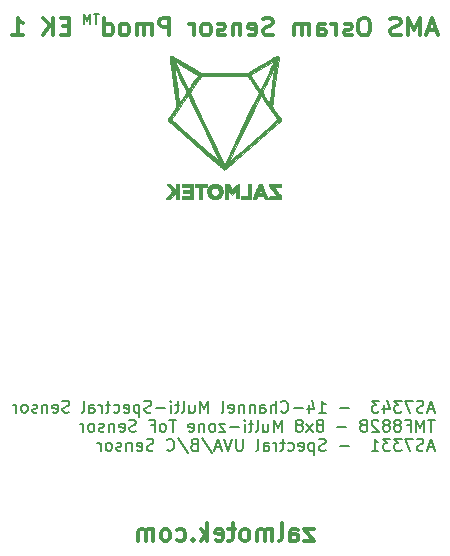
<source format=gbr>
%TF.GenerationSoftware,KiCad,Pcbnew,8.0.5-8.0.5-0~ubuntu24.04.1*%
%TF.CreationDate,2024-09-18T15:47:18+03:00*%
%TF.ProjectId,PMOD1,504d4f44-312e-46b6-9963-61645f706362,rev?*%
%TF.SameCoordinates,Original*%
%TF.FileFunction,Legend,Bot*%
%TF.FilePolarity,Positive*%
%FSLAX46Y46*%
G04 Gerber Fmt 4.6, Leading zero omitted, Abs format (unit mm)*
G04 Created by KiCad (PCBNEW 8.0.5-8.0.5-0~ubuntu24.04.1) date 2024-09-18 15:47:18*
%MOMM*%
%LPD*%
G01*
G04 APERTURE LIST*
%ADD10C,0.015522*%
%ADD11C,0.150000*%
%ADD12C,0.300000*%
G04 APERTURE END LIST*
D10*
X147156877Y-99703227D02*
X146520466Y-99703227D01*
X146988151Y-100246506D01*
X147020878Y-100283115D01*
X147053196Y-100318041D01*
X147083924Y-100352440D01*
X147098323Y-100369803D01*
X147111882Y-100387466D01*
X147124454Y-100405576D01*
X147135889Y-100424276D01*
X147146042Y-100443710D01*
X147150592Y-100453747D01*
X147154765Y-100464023D01*
X147158544Y-100474554D01*
X147161910Y-100485359D01*
X147164844Y-100496455D01*
X147167329Y-100507862D01*
X147169345Y-100519597D01*
X147170875Y-100531678D01*
X147171899Y-100544123D01*
X147172400Y-100556950D01*
X147172400Y-100681128D01*
X146163455Y-100681128D01*
X146179288Y-100457607D01*
X146303155Y-100432772D01*
X146815388Y-100432772D01*
X146345531Y-99889494D01*
X146328723Y-99870319D01*
X146312031Y-99851962D01*
X146279515Y-99816976D01*
X146263952Y-99799984D01*
X146249026Y-99783082D01*
X146234867Y-99766089D01*
X146221605Y-99748824D01*
X146209372Y-99731104D01*
X146198296Y-99712747D01*
X146188508Y-99693572D01*
X146184138Y-99683620D01*
X146180139Y-99673396D01*
X146176527Y-99662876D01*
X146173319Y-99652038D01*
X146170531Y-99640858D01*
X146168178Y-99629315D01*
X146166278Y-99617385D01*
X146164847Y-99605046D01*
X146163900Y-99592276D01*
X146163455Y-99579050D01*
X146163455Y-99454872D01*
X147156877Y-99454872D01*
X147156877Y-99703227D01*
G36*
X147156877Y-99703227D02*
G01*
X146520466Y-99703227D01*
X146988151Y-100246506D01*
X147020878Y-100283115D01*
X147053196Y-100318041D01*
X147083924Y-100352440D01*
X147098323Y-100369803D01*
X147111882Y-100387466D01*
X147124454Y-100405576D01*
X147135889Y-100424276D01*
X147146042Y-100443710D01*
X147150592Y-100453747D01*
X147154765Y-100464023D01*
X147158544Y-100474554D01*
X147161910Y-100485359D01*
X147164844Y-100496455D01*
X147167329Y-100507862D01*
X147169345Y-100519597D01*
X147170875Y-100531678D01*
X147171899Y-100544123D01*
X147172400Y-100556950D01*
X147172400Y-100681128D01*
X146163455Y-100681128D01*
X146179288Y-100457607D01*
X146303155Y-100432772D01*
X146815388Y-100432772D01*
X146345531Y-99889494D01*
X146328723Y-99870319D01*
X146312031Y-99851962D01*
X146279515Y-99816976D01*
X146263952Y-99799984D01*
X146249026Y-99783082D01*
X146234867Y-99766089D01*
X146221605Y-99748824D01*
X146209372Y-99731104D01*
X146198296Y-99712747D01*
X146188508Y-99693572D01*
X146184138Y-99683620D01*
X146180139Y-99673396D01*
X146176527Y-99662876D01*
X146173319Y-99652038D01*
X146170531Y-99640858D01*
X146168178Y-99629315D01*
X146166278Y-99617385D01*
X146164847Y-99605046D01*
X146163900Y-99592276D01*
X146163455Y-99579050D01*
X146163455Y-99454872D01*
X147156877Y-99454872D01*
X147156877Y-99703227D01*
G37*
X137875779Y-88590000D02*
X137890112Y-88591020D01*
X137903930Y-88592893D01*
X137917887Y-88595883D01*
X137931946Y-88599880D01*
X137946070Y-88604779D01*
X137960223Y-88610471D01*
X137974369Y-88616850D01*
X137988471Y-88623810D01*
X138002493Y-88631241D01*
X138016399Y-88639039D01*
X138030152Y-88647095D01*
X138057054Y-88663554D01*
X138107423Y-88694863D01*
X138479956Y-88915279D01*
X139830390Y-89719330D01*
X140156357Y-89911806D01*
X140201507Y-89939363D01*
X140228717Y-89955871D01*
X140257251Y-89972770D01*
X140285785Y-89988984D01*
X140312995Y-90003440D01*
X140325690Y-90009675D01*
X140337557Y-90015067D01*
X140348430Y-90019483D01*
X140358145Y-90022790D01*
X140365541Y-90024847D01*
X140373050Y-90026610D01*
X140380659Y-90028102D01*
X140388353Y-90029343D01*
X140396119Y-90030357D01*
X140403943Y-90031166D01*
X140419710Y-90032258D01*
X140435543Y-90032797D01*
X140451330Y-90032962D01*
X140482323Y-90032879D01*
X144207656Y-90032879D01*
X144238650Y-90032962D01*
X144254437Y-90032797D01*
X144270269Y-90032258D01*
X144286036Y-90031166D01*
X144293860Y-90030357D01*
X144301626Y-90029343D01*
X144309321Y-90028102D01*
X144316929Y-90026610D01*
X144324438Y-90024847D01*
X144331834Y-90022790D01*
X144844068Y-89728644D01*
X146178978Y-88933905D01*
X146582556Y-88694863D01*
X146582556Y-88694864D01*
X146658278Y-88647489D01*
X146675792Y-88636899D01*
X146693080Y-88627079D01*
X146710316Y-88618164D01*
X146727670Y-88610287D01*
X146745313Y-88603583D01*
X146763416Y-88598188D01*
X146772694Y-88596022D01*
X146782151Y-88594234D01*
X146791809Y-88592840D01*
X146801689Y-88591857D01*
X146811813Y-88591301D01*
X146822201Y-88591190D01*
X146832876Y-88591540D01*
X146843858Y-88592369D01*
X146855170Y-88593692D01*
X146866832Y-88595527D01*
X146878866Y-88597890D01*
X146891293Y-88600799D01*
X146899505Y-88606182D01*
X146907098Y-88611649D01*
X146914093Y-88617204D01*
X146920512Y-88622846D01*
X146926374Y-88628577D01*
X146931702Y-88634399D01*
X146936516Y-88640313D01*
X146940836Y-88646320D01*
X146944685Y-88652422D01*
X146948082Y-88658621D01*
X146951048Y-88664917D01*
X146953605Y-88671312D01*
X146955773Y-88677807D01*
X146957574Y-88684405D01*
X146959027Y-88691105D01*
X146960154Y-88697910D01*
X146961515Y-88711839D01*
X146961821Y-88726203D01*
X146961242Y-88741013D01*
X146959943Y-88756281D01*
X146955857Y-88788232D01*
X146950899Y-88822146D01*
X146883998Y-89303335D01*
X146586903Y-91460925D01*
X146454188Y-92438825D01*
X146440063Y-92529085D01*
X146430669Y-92590381D01*
X146421398Y-92655768D01*
X146413509Y-92720231D01*
X146408262Y-92778755D01*
X146407022Y-92804222D01*
X146406915Y-92826325D01*
X146408097Y-92844435D01*
X146410726Y-92857925D01*
X146414855Y-92868742D01*
X146421126Y-92881774D01*
X146429268Y-92896709D01*
X146439010Y-92913235D01*
X146462213Y-92949808D01*
X146488570Y-92988991D01*
X146582247Y-93121803D01*
X146957263Y-93665081D01*
X147010477Y-93737713D01*
X147041494Y-93781875D01*
X147056868Y-93805102D01*
X147071680Y-93828782D01*
X147085578Y-93852682D01*
X147098207Y-93876570D01*
X147109214Y-93900211D01*
X147118245Y-93923373D01*
X147121909Y-93934702D01*
X147124947Y-93945823D01*
X147127314Y-93956709D01*
X147128966Y-93967328D01*
X147129859Y-93977653D01*
X147129948Y-93987655D01*
X147129191Y-93997304D01*
X147127541Y-94006570D01*
X147125227Y-94014636D01*
X147122041Y-94022956D01*
X147118034Y-94031510D01*
X147113252Y-94040275D01*
X147101560Y-94058353D01*
X147087353Y-94077017D01*
X147071021Y-94096094D01*
X147052949Y-94115411D01*
X147033527Y-94134794D01*
X147013143Y-94154070D01*
X146971037Y-94191609D01*
X146929735Y-94226641D01*
X146861956Y-94283642D01*
X146147934Y-94911206D01*
X144642278Y-96237425D01*
X143431545Y-97299766D01*
X142639912Y-97996869D01*
X142564767Y-98068759D01*
X142544109Y-98087995D01*
X142522790Y-98106902D01*
X142500854Y-98125063D01*
X142478345Y-98142060D01*
X142455306Y-98157477D01*
X142443602Y-98164462D01*
X142431782Y-98170895D01*
X142419852Y-98176725D01*
X142407817Y-98181899D01*
X142395682Y-98186365D01*
X142383453Y-98190070D01*
X142371136Y-98192963D01*
X142358736Y-98194991D01*
X142346259Y-98196103D01*
X142333709Y-98196246D01*
X142321093Y-98195368D01*
X142308416Y-98193416D01*
X142295684Y-98190340D01*
X142282901Y-98186085D01*
X142270398Y-98179958D01*
X142254457Y-98169945D01*
X142235562Y-98156544D01*
X142214198Y-98140258D01*
X142165998Y-98101029D01*
X142113728Y-98056261D01*
X142061262Y-98009958D01*
X142012472Y-97966123D01*
X141941412Y-97901873D01*
X141242912Y-97286106D01*
X138681745Y-95033365D01*
X137874590Y-94323534D01*
X137797396Y-94259187D01*
X137748620Y-94217992D01*
X137698374Y-94173608D01*
X137673946Y-94150883D01*
X137650645Y-94128155D01*
X137628971Y-94105690D01*
X137609422Y-94083752D01*
X137592495Y-94062606D01*
X137585171Y-94052412D01*
X137578690Y-94042517D01*
X137573114Y-94032951D01*
X137568505Y-94023750D01*
X137564926Y-94014945D01*
X137562438Y-94006569D01*
X137561187Y-94000572D01*
X137560222Y-93994630D01*
X137559534Y-93988740D01*
X137559111Y-93982903D01*
X137558946Y-93977116D01*
X137559028Y-93971379D01*
X137559347Y-93965690D01*
X137559894Y-93960049D01*
X137561632Y-93948904D01*
X137562653Y-93944481D01*
X137879246Y-93944481D01*
X137879989Y-93950534D01*
X137881773Y-93957029D01*
X137884536Y-93963933D01*
X137888221Y-93971214D01*
X137892766Y-93978838D01*
X137898113Y-93986774D01*
X137910972Y-94003449D01*
X137926319Y-94020975D01*
X137943679Y-94039093D01*
X137962574Y-94057539D01*
X137982527Y-94076052D01*
X138023695Y-94112232D01*
X138063366Y-94145540D01*
X138122944Y-94195165D01*
X138852489Y-94838251D01*
X140109789Y-95944365D01*
X140947989Y-96678877D01*
X141599922Y-97253044D01*
X141679192Y-97324890D01*
X141726252Y-97367600D01*
X141775633Y-97411390D01*
X141825364Y-97453673D01*
X141849744Y-97473442D01*
X141873472Y-97491865D01*
X141896301Y-97508619D01*
X141917986Y-97523382D01*
X141938278Y-97535829D01*
X141956933Y-97545638D01*
X141790225Y-97188626D01*
X141549320Y-96676393D01*
X141418468Y-96412515D01*
X140889936Y-95310437D01*
X140175914Y-93820303D01*
X139935009Y-93308069D01*
X139633412Y-92687180D01*
X139440160Y-92283602D01*
X139440160Y-92283603D01*
X139256067Y-91926592D01*
X138867701Y-92485392D01*
X138221200Y-93416726D01*
X137962600Y-93789259D01*
X137939688Y-93822396D01*
X137925762Y-93843024D01*
X137911784Y-93864949D01*
X137905149Y-93876068D01*
X137898948Y-93887114D01*
X137893332Y-93897956D01*
X137888450Y-93908462D01*
X137884451Y-93918500D01*
X137881484Y-93927937D01*
X137880434Y-93932389D01*
X137879699Y-93936642D01*
X137879297Y-93940678D01*
X137879246Y-93944481D01*
X137562653Y-93944481D01*
X137564165Y-93937934D01*
X137567415Y-93927130D01*
X137571305Y-93916482D01*
X137575757Y-93905982D01*
X137580693Y-93895621D01*
X137586037Y-93885387D01*
X137591710Y-93875273D01*
X137603733Y-93855367D01*
X137616145Y-93835825D01*
X137796979Y-93571947D01*
X138129465Y-93090758D01*
X138167797Y-93037611D01*
X138191738Y-93003896D01*
X138216331Y-92968036D01*
X138239680Y-92931993D01*
X138250295Y-92914517D01*
X138259888Y-92897732D01*
X138268221Y-92881882D01*
X138275057Y-92867214D01*
X138280159Y-92853972D01*
X138283290Y-92842403D01*
X138284374Y-92832918D01*
X138284658Y-92820504D01*
X138284230Y-92805560D01*
X138283176Y-92788487D01*
X138279544Y-92749551D01*
X138274462Y-92706893D01*
X138262750Y-92623204D01*
X138253643Y-92563002D01*
X138103077Y-91460924D01*
X137832369Y-89505124D01*
X137830262Y-89489601D01*
X138091901Y-89489601D01*
X138375647Y-91554058D01*
X138511001Y-92563002D01*
X138523730Y-92550533D01*
X138536839Y-92536481D01*
X138550253Y-92521043D01*
X138563895Y-92504416D01*
X138591566Y-92468377D01*
X138619249Y-92429938D01*
X138646343Y-92390669D01*
X138672245Y-92352143D01*
X138718067Y-92283602D01*
X138976667Y-91911069D01*
X138993592Y-91886951D01*
X139015056Y-91857246D01*
X139039009Y-91823756D01*
X139063398Y-91788288D01*
X139075115Y-91770376D01*
X139086172Y-91752645D01*
X139096312Y-91735322D01*
X139105279Y-91718632D01*
X139111199Y-91706197D01*
X139440057Y-91706197D01*
X139440180Y-91709862D01*
X139440443Y-91713509D01*
X139440828Y-91717159D01*
X139441317Y-91720834D01*
X139441890Y-91724555D01*
X139444662Y-91740324D01*
X139694104Y-92252558D01*
X140221860Y-93354636D01*
X141705163Y-96459081D01*
X142069625Y-97219671D01*
X142069626Y-97219671D01*
X142329467Y-97762949D01*
X142360512Y-97762949D01*
X142464449Y-97545637D01*
X142733044Y-97545637D01*
X142751793Y-97535837D01*
X142772138Y-97523413D01*
X142793840Y-97508685D01*
X142816658Y-97491974D01*
X142840352Y-97473598D01*
X142864682Y-97453877D01*
X142914286Y-97411680D01*
X142963548Y-97367941D01*
X143010545Y-97325217D01*
X143090055Y-97253043D01*
X143726466Y-96694243D01*
X145837488Y-94838251D01*
X146567033Y-94195165D01*
X146626537Y-94145561D01*
X146666466Y-94111999D01*
X146708014Y-94075527D01*
X146728184Y-94056886D01*
X146747307Y-94038342D01*
X146764896Y-94020168D01*
X146780469Y-94002641D01*
X146793541Y-93986033D01*
X146798987Y-93978161D01*
X146803627Y-93970621D01*
X146807399Y-93963449D01*
X146810243Y-93956679D01*
X146812099Y-93950345D01*
X146812906Y-93944481D01*
X146812889Y-93940785D01*
X146812503Y-93936841D01*
X146811767Y-93932664D01*
X146810701Y-93928274D01*
X146807660Y-93918921D01*
X146803536Y-93908920D01*
X146798490Y-93898412D01*
X146792679Y-93887537D01*
X146786261Y-93876432D01*
X146779397Y-93865240D01*
X146764957Y-93843147D01*
X146750629Y-93822374D01*
X146727378Y-93789258D01*
X146479178Y-93432247D01*
X145791233Y-92438824D01*
X145607546Y-92167806D01*
X145552880Y-92090547D01*
X145501027Y-92020815D01*
X145477143Y-91990542D01*
X145455145Y-91964275D01*
X145435429Y-91942721D01*
X145418389Y-91926590D01*
X145283500Y-92205990D01*
X144763040Y-93292546D01*
X143443030Y-96055502D01*
X143086020Y-96800570D01*
X142733044Y-97545637D01*
X142464449Y-97545637D01*
X142620354Y-97219671D01*
X142984816Y-96459081D01*
X144468120Y-93354636D01*
X145011397Y-92221513D01*
X145245317Y-91740324D01*
X145248089Y-91724555D01*
X145249150Y-91717159D01*
X145249535Y-91713509D01*
X145249799Y-91709862D01*
X145249922Y-91706197D01*
X145249887Y-91702492D01*
X145249675Y-91698726D01*
X145249268Y-91694878D01*
X145248647Y-91690926D01*
X145247793Y-91686850D01*
X145246690Y-91682626D01*
X145245317Y-91678235D01*
X145244465Y-91673507D01*
X145242788Y-91667859D01*
X145239046Y-91658693D01*
X145565644Y-91658693D01*
X145565694Y-91662713D01*
X145566315Y-91668518D01*
X145567627Y-91674906D01*
X145572169Y-91689273D01*
X145579010Y-91705497D01*
X145587838Y-91723264D01*
X145598341Y-91742260D01*
X145610207Y-91762168D01*
X145623126Y-91782673D01*
X145636786Y-91803461D01*
X145665082Y-91844623D01*
X145692603Y-91883134D01*
X145735352Y-91942113D01*
X146163455Y-92563002D01*
X146212350Y-92283602D01*
X146276302Y-91817935D01*
X146385113Y-91026302D01*
X146490199Y-90265713D01*
X146560515Y-89753479D01*
X146560514Y-89753479D01*
X146582555Y-89489601D01*
X146354534Y-89970790D01*
X145849285Y-91026302D01*
X145633526Y-91476447D01*
X145614698Y-91517600D01*
X145603237Y-91543131D01*
X145591752Y-91570046D01*
X145581249Y-91596901D01*
X145576681Y-91609857D01*
X145572735Y-91622258D01*
X145569538Y-91633925D01*
X145567215Y-91644676D01*
X145565892Y-91654332D01*
X145565644Y-91658693D01*
X145239046Y-91658693D01*
X145237149Y-91654047D01*
X145228791Y-91637278D01*
X145218104Y-91618029D01*
X145205478Y-91596779D01*
X145191303Y-91574006D01*
X145159867Y-91525807D01*
X145126917Y-91477259D01*
X145095576Y-91432189D01*
X145050203Y-91367791D01*
X144491402Y-90560635D01*
X144449820Y-90498529D01*
X144423541Y-90459612D01*
X144395184Y-90419441D01*
X144380596Y-90399821D01*
X144365931Y-90381009D01*
X144351340Y-90363380D01*
X144336968Y-90347309D01*
X144322965Y-90333168D01*
X144309479Y-90321332D01*
X144302975Y-90316395D01*
X144296656Y-90312175D01*
X144290540Y-90308717D01*
X144284646Y-90306070D01*
X144279069Y-90304124D01*
X144273084Y-90302461D01*
X144266744Y-90301061D01*
X144260104Y-90299900D01*
X144253218Y-90298958D01*
X144246139Y-90298212D01*
X144231619Y-90297223D01*
X144216975Y-90296757D01*
X144202638Y-90296641D01*
X144176612Y-90296757D01*
X140513367Y-90296757D01*
X140487341Y-90296641D01*
X140473004Y-90296757D01*
X140458360Y-90297223D01*
X140451058Y-90297641D01*
X140443840Y-90298212D01*
X140436761Y-90298958D01*
X140429875Y-90299900D01*
X140423235Y-90301061D01*
X140416895Y-90302461D01*
X140410910Y-90304124D01*
X140405333Y-90306070D01*
X140399438Y-90308717D01*
X140393323Y-90312175D01*
X140387004Y-90316395D01*
X140380500Y-90321332D01*
X140367014Y-90333168D01*
X140353010Y-90347309D01*
X140338639Y-90363380D01*
X140324047Y-90381009D01*
X140309383Y-90399821D01*
X140294795Y-90419441D01*
X140266437Y-90459612D01*
X140240159Y-90498529D01*
X140198576Y-90560635D01*
X139639776Y-91367791D01*
X139594403Y-91432189D01*
X139563061Y-91477259D01*
X139530112Y-91525807D01*
X139498676Y-91574006D01*
X139484501Y-91596779D01*
X139471874Y-91618029D01*
X139461187Y-91637278D01*
X139452829Y-91654047D01*
X139447191Y-91667859D01*
X139445513Y-91673507D01*
X139444662Y-91678235D01*
X139443289Y-91682626D01*
X139442185Y-91686850D01*
X139441332Y-91690926D01*
X139440711Y-91694878D01*
X139440304Y-91698726D01*
X139440092Y-91702492D01*
X139440057Y-91706197D01*
X139111199Y-91706197D01*
X139112816Y-91702801D01*
X139118667Y-91688053D01*
X139120880Y-91681157D01*
X139122575Y-91674616D01*
X139123720Y-91668458D01*
X139124284Y-91662713D01*
X139124087Y-91654332D01*
X139122763Y-91644676D01*
X139120440Y-91633925D01*
X139117243Y-91622258D01*
X139113297Y-91609857D01*
X139108729Y-91596901D01*
X139098226Y-91570046D01*
X139086741Y-91543131D01*
X139075280Y-91517600D01*
X139056452Y-91476447D01*
X138856215Y-91057346D01*
X138506965Y-90327802D01*
X138376113Y-90063924D01*
X138091901Y-89489601D01*
X137830262Y-89489601D01*
X137769142Y-89039457D01*
X138153990Y-89039457D01*
X138429354Y-89613779D01*
X139012524Y-90840035D01*
X139287112Y-91414358D01*
X139295549Y-91409564D01*
X139304144Y-91403890D01*
X139321743Y-91390103D01*
X139339782Y-91373395D01*
X139358133Y-91354168D01*
X139376669Y-91332822D01*
X139395262Y-91309760D01*
X139413784Y-91285381D01*
X139432109Y-91260086D01*
X139467653Y-91208353D01*
X139500875Y-91157768D01*
X139556267Y-91072868D01*
X139964967Y-90483024D01*
X140061050Y-90347922D01*
X140083988Y-90313351D01*
X140094892Y-90295770D01*
X140105322Y-90277949D01*
X140115204Y-90259855D01*
X140124466Y-90241458D01*
X140133034Y-90222725D01*
X140140834Y-90203624D01*
X144549147Y-90203624D01*
X144556947Y-90222725D01*
X144565515Y-90241458D01*
X144574776Y-90259855D01*
X144584659Y-90277949D01*
X144595088Y-90295770D01*
X144605992Y-90313351D01*
X144617298Y-90330725D01*
X144628931Y-90347922D01*
X144652888Y-90381919D01*
X144677277Y-90415597D01*
X144701515Y-90449213D01*
X144725013Y-90483024D01*
X145133713Y-91072868D01*
X145189105Y-91157768D01*
X145222327Y-91208353D01*
X145257871Y-91260086D01*
X145276196Y-91285381D01*
X145294718Y-91309760D01*
X145313311Y-91332822D01*
X145331847Y-91354168D01*
X145350198Y-91373395D01*
X145368237Y-91390103D01*
X145377100Y-91397387D01*
X145385837Y-91403890D01*
X145394431Y-91409564D01*
X145402869Y-91414358D01*
X145662710Y-90871080D01*
X146082430Y-89986313D01*
X146247587Y-89644823D01*
X146439442Y-89241246D01*
X146439443Y-89241246D01*
X146520468Y-89039457D01*
X145946146Y-89374737D01*
X145123468Y-89865239D01*
X144549147Y-90203624D01*
X140140834Y-90203624D01*
X139783823Y-89992832D01*
X138790401Y-89402677D01*
X138402345Y-89172948D01*
X138153990Y-89039457D01*
X137769142Y-89039457D01*
X137737529Y-88806623D01*
X137735542Y-88783501D01*
X137734191Y-88760974D01*
X137733670Y-88739191D01*
X137734172Y-88718299D01*
X137734866Y-88708234D01*
X137735888Y-88698447D01*
X137737263Y-88688957D01*
X137739013Y-88679783D01*
X137741163Y-88670942D01*
X137743738Y-88662454D01*
X137746761Y-88654336D01*
X137750257Y-88646608D01*
X137754249Y-88639288D01*
X137758762Y-88632395D01*
X137763820Y-88625946D01*
X137769446Y-88619961D01*
X137775666Y-88614458D01*
X137782502Y-88609455D01*
X137789980Y-88604971D01*
X137798123Y-88601024D01*
X137806956Y-88597633D01*
X137816502Y-88594817D01*
X137826786Y-88592594D01*
X137837831Y-88590982D01*
X137849662Y-88590000D01*
X137862304Y-88589667D01*
X137875779Y-88590000D01*
G36*
X137875779Y-88590000D02*
G01*
X137890112Y-88591020D01*
X137903930Y-88592893D01*
X137917887Y-88595883D01*
X137931946Y-88599880D01*
X137946070Y-88604779D01*
X137960223Y-88610471D01*
X137974369Y-88616850D01*
X137988471Y-88623810D01*
X138002493Y-88631241D01*
X138016399Y-88639039D01*
X138030152Y-88647095D01*
X138057054Y-88663554D01*
X138107423Y-88694863D01*
X138479956Y-88915279D01*
X139830390Y-89719330D01*
X140156357Y-89911806D01*
X140201507Y-89939363D01*
X140228717Y-89955871D01*
X140257251Y-89972770D01*
X140285785Y-89988984D01*
X140312995Y-90003440D01*
X140325690Y-90009675D01*
X140337557Y-90015067D01*
X140348430Y-90019483D01*
X140358145Y-90022790D01*
X140365541Y-90024847D01*
X140373050Y-90026610D01*
X140380659Y-90028102D01*
X140388353Y-90029343D01*
X140396119Y-90030357D01*
X140403943Y-90031166D01*
X140419710Y-90032258D01*
X140435543Y-90032797D01*
X140451330Y-90032962D01*
X140482323Y-90032879D01*
X144207656Y-90032879D01*
X144238650Y-90032962D01*
X144254437Y-90032797D01*
X144270269Y-90032258D01*
X144286036Y-90031166D01*
X144293860Y-90030357D01*
X144301626Y-90029343D01*
X144309321Y-90028102D01*
X144316929Y-90026610D01*
X144324438Y-90024847D01*
X144331834Y-90022790D01*
X144844068Y-89728644D01*
X146178978Y-88933905D01*
X146582556Y-88694863D01*
X146582556Y-88694864D01*
X146658278Y-88647489D01*
X146675792Y-88636899D01*
X146693080Y-88627079D01*
X146710316Y-88618164D01*
X146727670Y-88610287D01*
X146745313Y-88603583D01*
X146763416Y-88598188D01*
X146772694Y-88596022D01*
X146782151Y-88594234D01*
X146791809Y-88592840D01*
X146801689Y-88591857D01*
X146811813Y-88591301D01*
X146822201Y-88591190D01*
X146832876Y-88591540D01*
X146843858Y-88592369D01*
X146855170Y-88593692D01*
X146866832Y-88595527D01*
X146878866Y-88597890D01*
X146891293Y-88600799D01*
X146899505Y-88606182D01*
X146907098Y-88611649D01*
X146914093Y-88617204D01*
X146920512Y-88622846D01*
X146926374Y-88628577D01*
X146931702Y-88634399D01*
X146936516Y-88640313D01*
X146940836Y-88646320D01*
X146944685Y-88652422D01*
X146948082Y-88658621D01*
X146951048Y-88664917D01*
X146953605Y-88671312D01*
X146955773Y-88677807D01*
X146957574Y-88684405D01*
X146959027Y-88691105D01*
X146960154Y-88697910D01*
X146961515Y-88711839D01*
X146961821Y-88726203D01*
X146961242Y-88741013D01*
X146959943Y-88756281D01*
X146955857Y-88788232D01*
X146950899Y-88822146D01*
X146883998Y-89303335D01*
X146586903Y-91460925D01*
X146454188Y-92438825D01*
X146440063Y-92529085D01*
X146430669Y-92590381D01*
X146421398Y-92655768D01*
X146413509Y-92720231D01*
X146408262Y-92778755D01*
X146407022Y-92804222D01*
X146406915Y-92826325D01*
X146408097Y-92844435D01*
X146410726Y-92857925D01*
X146414855Y-92868742D01*
X146421126Y-92881774D01*
X146429268Y-92896709D01*
X146439010Y-92913235D01*
X146462213Y-92949808D01*
X146488570Y-92988991D01*
X146582247Y-93121803D01*
X146957263Y-93665081D01*
X147010477Y-93737713D01*
X147041494Y-93781875D01*
X147056868Y-93805102D01*
X147071680Y-93828782D01*
X147085578Y-93852682D01*
X147098207Y-93876570D01*
X147109214Y-93900211D01*
X147118245Y-93923373D01*
X147121909Y-93934702D01*
X147124947Y-93945823D01*
X147127314Y-93956709D01*
X147128966Y-93967328D01*
X147129859Y-93977653D01*
X147129948Y-93987655D01*
X147129191Y-93997304D01*
X147127541Y-94006570D01*
X147125227Y-94014636D01*
X147122041Y-94022956D01*
X147118034Y-94031510D01*
X147113252Y-94040275D01*
X147101560Y-94058353D01*
X147087353Y-94077017D01*
X147071021Y-94096094D01*
X147052949Y-94115411D01*
X147033527Y-94134794D01*
X147013143Y-94154070D01*
X146971037Y-94191609D01*
X146929735Y-94226641D01*
X146861956Y-94283642D01*
X146147934Y-94911206D01*
X144642278Y-96237425D01*
X143431545Y-97299766D01*
X142639912Y-97996869D01*
X142564767Y-98068759D01*
X142544109Y-98087995D01*
X142522790Y-98106902D01*
X142500854Y-98125063D01*
X142478345Y-98142060D01*
X142455306Y-98157477D01*
X142443602Y-98164462D01*
X142431782Y-98170895D01*
X142419852Y-98176725D01*
X142407817Y-98181899D01*
X142395682Y-98186365D01*
X142383453Y-98190070D01*
X142371136Y-98192963D01*
X142358736Y-98194991D01*
X142346259Y-98196103D01*
X142333709Y-98196246D01*
X142321093Y-98195368D01*
X142308416Y-98193416D01*
X142295684Y-98190340D01*
X142282901Y-98186085D01*
X142270398Y-98179958D01*
X142254457Y-98169945D01*
X142235562Y-98156544D01*
X142214198Y-98140258D01*
X142165998Y-98101029D01*
X142113728Y-98056261D01*
X142061262Y-98009958D01*
X142012472Y-97966123D01*
X141941412Y-97901873D01*
X141242912Y-97286106D01*
X138681745Y-95033365D01*
X137874590Y-94323534D01*
X137797396Y-94259187D01*
X137748620Y-94217992D01*
X137698374Y-94173608D01*
X137673946Y-94150883D01*
X137650645Y-94128155D01*
X137628971Y-94105690D01*
X137609422Y-94083752D01*
X137592495Y-94062606D01*
X137585171Y-94052412D01*
X137578690Y-94042517D01*
X137573114Y-94032951D01*
X137568505Y-94023750D01*
X137564926Y-94014945D01*
X137562438Y-94006569D01*
X137561187Y-94000572D01*
X137560222Y-93994630D01*
X137559534Y-93988740D01*
X137559111Y-93982903D01*
X137558946Y-93977116D01*
X137559028Y-93971379D01*
X137559347Y-93965690D01*
X137559894Y-93960049D01*
X137561632Y-93948904D01*
X137562653Y-93944481D01*
X137879246Y-93944481D01*
X137879989Y-93950534D01*
X137881773Y-93957029D01*
X137884536Y-93963933D01*
X137888221Y-93971214D01*
X137892766Y-93978838D01*
X137898113Y-93986774D01*
X137910972Y-94003449D01*
X137926319Y-94020975D01*
X137943679Y-94039093D01*
X137962574Y-94057539D01*
X137982527Y-94076052D01*
X138023695Y-94112232D01*
X138063366Y-94145540D01*
X138122944Y-94195165D01*
X138852489Y-94838251D01*
X140109789Y-95944365D01*
X140947989Y-96678877D01*
X141599922Y-97253044D01*
X141679192Y-97324890D01*
X141726252Y-97367600D01*
X141775633Y-97411390D01*
X141825364Y-97453673D01*
X141849744Y-97473442D01*
X141873472Y-97491865D01*
X141896301Y-97508619D01*
X141917986Y-97523382D01*
X141938278Y-97535829D01*
X141956933Y-97545638D01*
X141790225Y-97188626D01*
X141549320Y-96676393D01*
X141418468Y-96412515D01*
X140889936Y-95310437D01*
X140175914Y-93820303D01*
X139935009Y-93308069D01*
X139633412Y-92687180D01*
X139440160Y-92283602D01*
X139440160Y-92283603D01*
X139256067Y-91926592D01*
X138867701Y-92485392D01*
X138221200Y-93416726D01*
X137962600Y-93789259D01*
X137939688Y-93822396D01*
X137925762Y-93843024D01*
X137911784Y-93864949D01*
X137905149Y-93876068D01*
X137898948Y-93887114D01*
X137893332Y-93897956D01*
X137888450Y-93908462D01*
X137884451Y-93918500D01*
X137881484Y-93927937D01*
X137880434Y-93932389D01*
X137879699Y-93936642D01*
X137879297Y-93940678D01*
X137879246Y-93944481D01*
X137562653Y-93944481D01*
X137564165Y-93937934D01*
X137567415Y-93927130D01*
X137571305Y-93916482D01*
X137575757Y-93905982D01*
X137580693Y-93895621D01*
X137586037Y-93885387D01*
X137591710Y-93875273D01*
X137603733Y-93855367D01*
X137616145Y-93835825D01*
X137796979Y-93571947D01*
X138129465Y-93090758D01*
X138167797Y-93037611D01*
X138191738Y-93003896D01*
X138216331Y-92968036D01*
X138239680Y-92931993D01*
X138250295Y-92914517D01*
X138259888Y-92897732D01*
X138268221Y-92881882D01*
X138275057Y-92867214D01*
X138280159Y-92853972D01*
X138283290Y-92842403D01*
X138284374Y-92832918D01*
X138284658Y-92820504D01*
X138284230Y-92805560D01*
X138283176Y-92788487D01*
X138279544Y-92749551D01*
X138274462Y-92706893D01*
X138262750Y-92623204D01*
X138253643Y-92563002D01*
X138103077Y-91460924D01*
X137832369Y-89505124D01*
X137830262Y-89489601D01*
X138091901Y-89489601D01*
X138375647Y-91554058D01*
X138511001Y-92563002D01*
X138523730Y-92550533D01*
X138536839Y-92536481D01*
X138550253Y-92521043D01*
X138563895Y-92504416D01*
X138591566Y-92468377D01*
X138619249Y-92429938D01*
X138646343Y-92390669D01*
X138672245Y-92352143D01*
X138718067Y-92283602D01*
X138976667Y-91911069D01*
X138993592Y-91886951D01*
X139015056Y-91857246D01*
X139039009Y-91823756D01*
X139063398Y-91788288D01*
X139075115Y-91770376D01*
X139086172Y-91752645D01*
X139096312Y-91735322D01*
X139105279Y-91718632D01*
X139111199Y-91706197D01*
X139440057Y-91706197D01*
X139440180Y-91709862D01*
X139440443Y-91713509D01*
X139440828Y-91717159D01*
X139441317Y-91720834D01*
X139441890Y-91724555D01*
X139444662Y-91740324D01*
X139694104Y-92252558D01*
X140221860Y-93354636D01*
X141705163Y-96459081D01*
X142069625Y-97219671D01*
X142069626Y-97219671D01*
X142329467Y-97762949D01*
X142360512Y-97762949D01*
X142464449Y-97545637D01*
X142733044Y-97545637D01*
X142751793Y-97535837D01*
X142772138Y-97523413D01*
X142793840Y-97508685D01*
X142816658Y-97491974D01*
X142840352Y-97473598D01*
X142864682Y-97453877D01*
X142914286Y-97411680D01*
X142963548Y-97367941D01*
X143010545Y-97325217D01*
X143090055Y-97253043D01*
X143726466Y-96694243D01*
X145837488Y-94838251D01*
X146567033Y-94195165D01*
X146626537Y-94145561D01*
X146666466Y-94111999D01*
X146708014Y-94075527D01*
X146728184Y-94056886D01*
X146747307Y-94038342D01*
X146764896Y-94020168D01*
X146780469Y-94002641D01*
X146793541Y-93986033D01*
X146798987Y-93978161D01*
X146803627Y-93970621D01*
X146807399Y-93963449D01*
X146810243Y-93956679D01*
X146812099Y-93950345D01*
X146812906Y-93944481D01*
X146812889Y-93940785D01*
X146812503Y-93936841D01*
X146811767Y-93932664D01*
X146810701Y-93928274D01*
X146807660Y-93918921D01*
X146803536Y-93908920D01*
X146798490Y-93898412D01*
X146792679Y-93887537D01*
X146786261Y-93876432D01*
X146779397Y-93865240D01*
X146764957Y-93843147D01*
X146750629Y-93822374D01*
X146727378Y-93789258D01*
X146479178Y-93432247D01*
X145791233Y-92438824D01*
X145607546Y-92167806D01*
X145552880Y-92090547D01*
X145501027Y-92020815D01*
X145477143Y-91990542D01*
X145455145Y-91964275D01*
X145435429Y-91942721D01*
X145418389Y-91926590D01*
X145283500Y-92205990D01*
X144763040Y-93292546D01*
X143443030Y-96055502D01*
X143086020Y-96800570D01*
X142733044Y-97545637D01*
X142464449Y-97545637D01*
X142620354Y-97219671D01*
X142984816Y-96459081D01*
X144468120Y-93354636D01*
X145011397Y-92221513D01*
X145245317Y-91740324D01*
X145248089Y-91724555D01*
X145249150Y-91717159D01*
X145249535Y-91713509D01*
X145249799Y-91709862D01*
X145249922Y-91706197D01*
X145249887Y-91702492D01*
X145249675Y-91698726D01*
X145249268Y-91694878D01*
X145248647Y-91690926D01*
X145247793Y-91686850D01*
X145246690Y-91682626D01*
X145245317Y-91678235D01*
X145244465Y-91673507D01*
X145242788Y-91667859D01*
X145239046Y-91658693D01*
X145565644Y-91658693D01*
X145565694Y-91662713D01*
X145566315Y-91668518D01*
X145567627Y-91674906D01*
X145572169Y-91689273D01*
X145579010Y-91705497D01*
X145587838Y-91723264D01*
X145598341Y-91742260D01*
X145610207Y-91762168D01*
X145623126Y-91782673D01*
X145636786Y-91803461D01*
X145665082Y-91844623D01*
X145692603Y-91883134D01*
X145735352Y-91942113D01*
X146163455Y-92563002D01*
X146212350Y-92283602D01*
X146276302Y-91817935D01*
X146385113Y-91026302D01*
X146490199Y-90265713D01*
X146560515Y-89753479D01*
X146560514Y-89753479D01*
X146582555Y-89489601D01*
X146354534Y-89970790D01*
X145849285Y-91026302D01*
X145633526Y-91476447D01*
X145614698Y-91517600D01*
X145603237Y-91543131D01*
X145591752Y-91570046D01*
X145581249Y-91596901D01*
X145576681Y-91609857D01*
X145572735Y-91622258D01*
X145569538Y-91633925D01*
X145567215Y-91644676D01*
X145565892Y-91654332D01*
X145565644Y-91658693D01*
X145239046Y-91658693D01*
X145237149Y-91654047D01*
X145228791Y-91637278D01*
X145218104Y-91618029D01*
X145205478Y-91596779D01*
X145191303Y-91574006D01*
X145159867Y-91525807D01*
X145126917Y-91477259D01*
X145095576Y-91432189D01*
X145050203Y-91367791D01*
X144491402Y-90560635D01*
X144449820Y-90498529D01*
X144423541Y-90459612D01*
X144395184Y-90419441D01*
X144380596Y-90399821D01*
X144365931Y-90381009D01*
X144351340Y-90363380D01*
X144336968Y-90347309D01*
X144322965Y-90333168D01*
X144309479Y-90321332D01*
X144302975Y-90316395D01*
X144296656Y-90312175D01*
X144290540Y-90308717D01*
X144284646Y-90306070D01*
X144279069Y-90304124D01*
X144273084Y-90302461D01*
X144266744Y-90301061D01*
X144260104Y-90299900D01*
X144253218Y-90298958D01*
X144246139Y-90298212D01*
X144231619Y-90297223D01*
X144216975Y-90296757D01*
X144202638Y-90296641D01*
X144176612Y-90296757D01*
X140513367Y-90296757D01*
X140487341Y-90296641D01*
X140473004Y-90296757D01*
X140458360Y-90297223D01*
X140451058Y-90297641D01*
X140443840Y-90298212D01*
X140436761Y-90298958D01*
X140429875Y-90299900D01*
X140423235Y-90301061D01*
X140416895Y-90302461D01*
X140410910Y-90304124D01*
X140405333Y-90306070D01*
X140399438Y-90308717D01*
X140393323Y-90312175D01*
X140387004Y-90316395D01*
X140380500Y-90321332D01*
X140367014Y-90333168D01*
X140353010Y-90347309D01*
X140338639Y-90363380D01*
X140324047Y-90381009D01*
X140309383Y-90399821D01*
X140294795Y-90419441D01*
X140266437Y-90459612D01*
X140240159Y-90498529D01*
X140198576Y-90560635D01*
X139639776Y-91367791D01*
X139594403Y-91432189D01*
X139563061Y-91477259D01*
X139530112Y-91525807D01*
X139498676Y-91574006D01*
X139484501Y-91596779D01*
X139471874Y-91618029D01*
X139461187Y-91637278D01*
X139452829Y-91654047D01*
X139447191Y-91667859D01*
X139445513Y-91673507D01*
X139444662Y-91678235D01*
X139443289Y-91682626D01*
X139442185Y-91686850D01*
X139441332Y-91690926D01*
X139440711Y-91694878D01*
X139440304Y-91698726D01*
X139440092Y-91702492D01*
X139440057Y-91706197D01*
X139111199Y-91706197D01*
X139112816Y-91702801D01*
X139118667Y-91688053D01*
X139120880Y-91681157D01*
X139122575Y-91674616D01*
X139123720Y-91668458D01*
X139124284Y-91662713D01*
X139124087Y-91654332D01*
X139122763Y-91644676D01*
X139120440Y-91633925D01*
X139117243Y-91622258D01*
X139113297Y-91609857D01*
X139108729Y-91596901D01*
X139098226Y-91570046D01*
X139086741Y-91543131D01*
X139075280Y-91517600D01*
X139056452Y-91476447D01*
X138856215Y-91057346D01*
X138506965Y-90327802D01*
X138376113Y-90063924D01*
X138091901Y-89489601D01*
X137830262Y-89489601D01*
X137769142Y-89039457D01*
X138153990Y-89039457D01*
X138429354Y-89613779D01*
X139012524Y-90840035D01*
X139287112Y-91414358D01*
X139295549Y-91409564D01*
X139304144Y-91403890D01*
X139321743Y-91390103D01*
X139339782Y-91373395D01*
X139358133Y-91354168D01*
X139376669Y-91332822D01*
X139395262Y-91309760D01*
X139413784Y-91285381D01*
X139432109Y-91260086D01*
X139467653Y-91208353D01*
X139500875Y-91157768D01*
X139556267Y-91072868D01*
X139964967Y-90483024D01*
X140061050Y-90347922D01*
X140083988Y-90313351D01*
X140094892Y-90295770D01*
X140105322Y-90277949D01*
X140115204Y-90259855D01*
X140124466Y-90241458D01*
X140133034Y-90222725D01*
X140140834Y-90203624D01*
X144549147Y-90203624D01*
X144556947Y-90222725D01*
X144565515Y-90241458D01*
X144574776Y-90259855D01*
X144584659Y-90277949D01*
X144595088Y-90295770D01*
X144605992Y-90313351D01*
X144617298Y-90330725D01*
X144628931Y-90347922D01*
X144652888Y-90381919D01*
X144677277Y-90415597D01*
X144701515Y-90449213D01*
X144725013Y-90483024D01*
X145133713Y-91072868D01*
X145189105Y-91157768D01*
X145222327Y-91208353D01*
X145257871Y-91260086D01*
X145276196Y-91285381D01*
X145294718Y-91309760D01*
X145313311Y-91332822D01*
X145331847Y-91354168D01*
X145350198Y-91373395D01*
X145368237Y-91390103D01*
X145377100Y-91397387D01*
X145385837Y-91403890D01*
X145394431Y-91409564D01*
X145402869Y-91414358D01*
X145662710Y-90871080D01*
X146082430Y-89986313D01*
X146247587Y-89644823D01*
X146439442Y-89241246D01*
X146439443Y-89241246D01*
X146520468Y-89039457D01*
X145946146Y-89374737D01*
X145123468Y-89865239D01*
X144549147Y-90203624D01*
X140140834Y-90203624D01*
X139783823Y-89992832D01*
X138790401Y-89402677D01*
X138402345Y-89172948D01*
X138153990Y-89039457D01*
X137769142Y-89039457D01*
X137737529Y-88806623D01*
X137735542Y-88783501D01*
X137734191Y-88760974D01*
X137733670Y-88739191D01*
X137734172Y-88718299D01*
X137734866Y-88708234D01*
X137735888Y-88698447D01*
X137737263Y-88688957D01*
X137739013Y-88679783D01*
X137741163Y-88670942D01*
X137743738Y-88662454D01*
X137746761Y-88654336D01*
X137750257Y-88646608D01*
X137754249Y-88639288D01*
X137758762Y-88632395D01*
X137763820Y-88625946D01*
X137769446Y-88619961D01*
X137775666Y-88614458D01*
X137782502Y-88609455D01*
X137789980Y-88604971D01*
X137798123Y-88601024D01*
X137806956Y-88597633D01*
X137816502Y-88594817D01*
X137826786Y-88592594D01*
X137837831Y-88590982D01*
X137849662Y-88590000D01*
X137862304Y-88589667D01*
X137875779Y-88590000D01*
G37*
X145455096Y-99455177D02*
X145466034Y-99455641D01*
X145471511Y-99456051D01*
X145476965Y-99456618D01*
X145482374Y-99457370D01*
X145487716Y-99458337D01*
X145492967Y-99459546D01*
X145498107Y-99461027D01*
X145503114Y-99462808D01*
X145507964Y-99464918D01*
X145512637Y-99467385D01*
X145514900Y-99468762D01*
X145517110Y-99470238D01*
X145520871Y-99473263D01*
X145524781Y-99477150D01*
X145532996Y-99487301D01*
X145541647Y-99500271D01*
X145550628Y-99515641D01*
X145559830Y-99532990D01*
X145569148Y-99551898D01*
X145587697Y-99592709D01*
X145605416Y-99634714D01*
X145621448Y-99674550D01*
X145645013Y-99734272D01*
X145645013Y-99734271D01*
X146039278Y-100681127D01*
X145975057Y-100682900D01*
X145933801Y-100683869D01*
X145890478Y-100683786D01*
X145868984Y-100683089D01*
X145848107Y-100681817D01*
X145828224Y-100679866D01*
X145809711Y-100677133D01*
X145792948Y-100673513D01*
X145778311Y-100668901D01*
X145771909Y-100666192D01*
X145766179Y-100663196D01*
X145761170Y-100659900D01*
X145756929Y-100656292D01*
X145753117Y-100652204D01*
X145749391Y-100647537D01*
X145742155Y-100636616D01*
X145735147Y-100623846D01*
X145728294Y-100609541D01*
X145714761Y-100577590D01*
X145700970Y-100543290D01*
X145693795Y-100526047D01*
X145686335Y-100509164D01*
X145678518Y-100492956D01*
X145670270Y-100477738D01*
X145661519Y-100463826D01*
X145656931Y-100457458D01*
X145652190Y-100451535D01*
X145647286Y-100446097D01*
X145642211Y-100441182D01*
X145636955Y-100436831D01*
X145631508Y-100433082D01*
X145626912Y-100430674D01*
X145621285Y-100428477D01*
X145607198Y-100424685D01*
X145589766Y-100421636D01*
X145569507Y-100419257D01*
X145546937Y-100417479D01*
X145522575Y-100416230D01*
X145470543Y-100415037D01*
X145417550Y-100415110D01*
X145367737Y-100415881D01*
X145294211Y-100417249D01*
X145264745Y-100417038D01*
X145248702Y-100417225D01*
X145240559Y-100417522D01*
X145232413Y-100418006D01*
X145224324Y-100418714D01*
X145216349Y-100419682D01*
X145208550Y-100420950D01*
X145200983Y-100422554D01*
X145193708Y-100424531D01*
X145186784Y-100426920D01*
X145180269Y-100429758D01*
X145177184Y-100431357D01*
X145174224Y-100433082D01*
X145168409Y-100437102D01*
X145162830Y-100441768D01*
X145157473Y-100447037D01*
X145152324Y-100452865D01*
X145147371Y-100459208D01*
X145142600Y-100466022D01*
X145133548Y-100480891D01*
X145125062Y-100497120D01*
X145117032Y-100514359D01*
X145101910Y-100550469D01*
X145087319Y-100586419D01*
X145079953Y-100603458D01*
X145072396Y-100619407D01*
X145064539Y-100633916D01*
X145056276Y-100646633D01*
X145051957Y-100652211D01*
X145047496Y-100657209D01*
X145042880Y-100661585D01*
X145038094Y-100665295D01*
X145034136Y-100667607D01*
X145029313Y-100669719D01*
X145017288Y-100673373D01*
X145002451Y-100676324D01*
X144985236Y-100678639D01*
X144966077Y-100680385D01*
X144945406Y-100681628D01*
X144901266Y-100682874D01*
X144856281Y-100682912D01*
X144813919Y-100682277D01*
X144750933Y-100681128D01*
X144964392Y-100168894D01*
X145263166Y-100168894D01*
X145527043Y-100168894D01*
X145523580Y-100152456D01*
X145518704Y-100133385D01*
X145505324Y-100088926D01*
X145488121Y-100038689D01*
X145468311Y-99985848D01*
X145447112Y-99933575D01*
X145425739Y-99885041D01*
X145415369Y-99863168D01*
X145405411Y-99843420D01*
X145396019Y-99826192D01*
X145387344Y-99811883D01*
X145263166Y-100168894D01*
X144964392Y-100168894D01*
X145145508Y-99734272D01*
X145170516Y-99670912D01*
X145186984Y-99629486D01*
X145205288Y-99586190D01*
X145214939Y-99564926D01*
X145224821Y-99544495D01*
X145234860Y-99525332D01*
X145244979Y-99507871D01*
X145255102Y-99492545D01*
X145265154Y-99479789D01*
X145270130Y-99474510D01*
X145275060Y-99470036D01*
X145279933Y-99466421D01*
X145284742Y-99463720D01*
X145289059Y-99461959D01*
X145293768Y-99460449D01*
X145298817Y-99459170D01*
X145304155Y-99458102D01*
X145309729Y-99457228D01*
X145315487Y-99456527D01*
X145321379Y-99455981D01*
X145327351Y-99455570D01*
X145339331Y-99455079D01*
X145351013Y-99454901D01*
X145371822Y-99454872D01*
X145433911Y-99454872D01*
X145455096Y-99455177D01*
G36*
X145455096Y-99455177D02*
G01*
X145466034Y-99455641D01*
X145471511Y-99456051D01*
X145476965Y-99456618D01*
X145482374Y-99457370D01*
X145487716Y-99458337D01*
X145492967Y-99459546D01*
X145498107Y-99461027D01*
X145503114Y-99462808D01*
X145507964Y-99464918D01*
X145512637Y-99467385D01*
X145514900Y-99468762D01*
X145517110Y-99470238D01*
X145520871Y-99473263D01*
X145524781Y-99477150D01*
X145532996Y-99487301D01*
X145541647Y-99500271D01*
X145550628Y-99515641D01*
X145559830Y-99532990D01*
X145569148Y-99551898D01*
X145587697Y-99592709D01*
X145605416Y-99634714D01*
X145621448Y-99674550D01*
X145645013Y-99734272D01*
X145645013Y-99734271D01*
X146039278Y-100681127D01*
X145975057Y-100682900D01*
X145933801Y-100683869D01*
X145890478Y-100683786D01*
X145868984Y-100683089D01*
X145848107Y-100681817D01*
X145828224Y-100679866D01*
X145809711Y-100677133D01*
X145792948Y-100673513D01*
X145778311Y-100668901D01*
X145771909Y-100666192D01*
X145766179Y-100663196D01*
X145761170Y-100659900D01*
X145756929Y-100656292D01*
X145753117Y-100652204D01*
X145749391Y-100647537D01*
X145742155Y-100636616D01*
X145735147Y-100623846D01*
X145728294Y-100609541D01*
X145714761Y-100577590D01*
X145700970Y-100543290D01*
X145693795Y-100526047D01*
X145686335Y-100509164D01*
X145678518Y-100492956D01*
X145670270Y-100477738D01*
X145661519Y-100463826D01*
X145656931Y-100457458D01*
X145652190Y-100451535D01*
X145647286Y-100446097D01*
X145642211Y-100441182D01*
X145636955Y-100436831D01*
X145631508Y-100433082D01*
X145626912Y-100430674D01*
X145621285Y-100428477D01*
X145607198Y-100424685D01*
X145589766Y-100421636D01*
X145569507Y-100419257D01*
X145546937Y-100417479D01*
X145522575Y-100416230D01*
X145470543Y-100415037D01*
X145417550Y-100415110D01*
X145367737Y-100415881D01*
X145294211Y-100417249D01*
X145264745Y-100417038D01*
X145248702Y-100417225D01*
X145240559Y-100417522D01*
X145232413Y-100418006D01*
X145224324Y-100418714D01*
X145216349Y-100419682D01*
X145208550Y-100420950D01*
X145200983Y-100422554D01*
X145193708Y-100424531D01*
X145186784Y-100426920D01*
X145180269Y-100429758D01*
X145177184Y-100431357D01*
X145174224Y-100433082D01*
X145168409Y-100437102D01*
X145162830Y-100441768D01*
X145157473Y-100447037D01*
X145152324Y-100452865D01*
X145147371Y-100459208D01*
X145142600Y-100466022D01*
X145133548Y-100480891D01*
X145125062Y-100497120D01*
X145117032Y-100514359D01*
X145101910Y-100550469D01*
X145087319Y-100586419D01*
X145079953Y-100603458D01*
X145072396Y-100619407D01*
X145064539Y-100633916D01*
X145056276Y-100646633D01*
X145051957Y-100652211D01*
X145047496Y-100657209D01*
X145042880Y-100661585D01*
X145038094Y-100665295D01*
X145034136Y-100667607D01*
X145029313Y-100669719D01*
X145017288Y-100673373D01*
X145002451Y-100676324D01*
X144985236Y-100678639D01*
X144966077Y-100680385D01*
X144945406Y-100681628D01*
X144901266Y-100682874D01*
X144856281Y-100682912D01*
X144813919Y-100682277D01*
X144750933Y-100681128D01*
X144964392Y-100168894D01*
X145263166Y-100168894D01*
X145527043Y-100168894D01*
X145523580Y-100152456D01*
X145518704Y-100133385D01*
X145505324Y-100088926D01*
X145488121Y-100038689D01*
X145468311Y-99985848D01*
X145447112Y-99933575D01*
X145425739Y-99885041D01*
X145415369Y-99863168D01*
X145405411Y-99843420D01*
X145396019Y-99826192D01*
X145387344Y-99811883D01*
X145263166Y-100168894D01*
X144964392Y-100168894D01*
X145145508Y-99734272D01*
X145170516Y-99670912D01*
X145186984Y-99629486D01*
X145205288Y-99586190D01*
X145214939Y-99564926D01*
X145224821Y-99544495D01*
X145234860Y-99525332D01*
X145244979Y-99507871D01*
X145255102Y-99492545D01*
X145265154Y-99479789D01*
X145270130Y-99474510D01*
X145275060Y-99470036D01*
X145279933Y-99466421D01*
X145284742Y-99463720D01*
X145289059Y-99461959D01*
X145293768Y-99460449D01*
X145298817Y-99459170D01*
X145304155Y-99458102D01*
X145309729Y-99457228D01*
X145315487Y-99456527D01*
X145321379Y-99455981D01*
X145327351Y-99455570D01*
X145339331Y-99455079D01*
X145351013Y-99454901D01*
X145371822Y-99454872D01*
X145433911Y-99454872D01*
X145455096Y-99455177D01*
G37*
X143617810Y-100650084D02*
X143338410Y-100650084D01*
X143338410Y-99905017D01*
X143012444Y-100386205D01*
X142981400Y-100386205D01*
X142686477Y-99920539D01*
X142670955Y-100199939D01*
X142670955Y-100665605D01*
X142422599Y-100665605D01*
X142422599Y-99454872D01*
X142696101Y-99463720D01*
X142795132Y-99594571D01*
X142996922Y-99951583D01*
X143027966Y-99951583D01*
X143223546Y-99610094D01*
X143326148Y-99470705D01*
X143617810Y-99454872D01*
X143617810Y-100650084D01*
G36*
X143617810Y-100650084D02*
G01*
X143338410Y-100650084D01*
X143338410Y-99905017D01*
X143012444Y-100386205D01*
X142981400Y-100386205D01*
X142686477Y-99920539D01*
X142670955Y-100199939D01*
X142670955Y-100665605D01*
X142422599Y-100665605D01*
X142422599Y-99454872D01*
X142696101Y-99463720D01*
X142795132Y-99594571D01*
X142996922Y-99951583D01*
X143027966Y-99951583D01*
X143223546Y-99610094D01*
X143326148Y-99470705D01*
X143617810Y-99454872D01*
X143617810Y-100650084D01*
G37*
X140839332Y-99718749D02*
X140482321Y-99718749D01*
X140482321Y-100681128D01*
X140202921Y-100681128D01*
X140202921Y-99718749D01*
X139830388Y-99718749D01*
X139830388Y-99454872D01*
X140839332Y-99454872D01*
X140839332Y-99718749D01*
G36*
X140839332Y-99718749D02*
G01*
X140482321Y-99718749D01*
X140482321Y-100681128D01*
X140202921Y-100681128D01*
X140202921Y-99718749D01*
X139830388Y-99718749D01*
X139830388Y-99454872D01*
X140839332Y-99454872D01*
X140839332Y-99718749D01*
G37*
X141553821Y-99409838D02*
X141564397Y-99410254D01*
X141575329Y-99410878D01*
X141599922Y-99412341D01*
X141665617Y-99423285D01*
X141695023Y-99428570D01*
X141722506Y-99434029D01*
X141748344Y-99439886D01*
X141772815Y-99446366D01*
X141796196Y-99453692D01*
X141818766Y-99462090D01*
X141840803Y-99471783D01*
X141862586Y-99482995D01*
X141884391Y-99495950D01*
X141906498Y-99510873D01*
X141929184Y-99527989D01*
X141952728Y-99547520D01*
X141977407Y-99569692D01*
X142003500Y-99594728D01*
X142022891Y-99614117D01*
X142040322Y-99632119D01*
X142048412Y-99640816D01*
X142056144Y-99649426D01*
X142063562Y-99658035D01*
X142070711Y-99666731D01*
X142077634Y-99675599D01*
X142084376Y-99684727D01*
X142090981Y-99694201D01*
X142097492Y-99704108D01*
X142103954Y-99714534D01*
X142110411Y-99725566D01*
X142116907Y-99737291D01*
X142123487Y-99749794D01*
X142141363Y-99787702D01*
X142156603Y-99826312D01*
X142169248Y-99865499D01*
X142179343Y-99905141D01*
X142186929Y-99945113D01*
X142192050Y-99985292D01*
X142194748Y-100025553D01*
X142195066Y-100065774D01*
X142193047Y-100105829D01*
X142188733Y-100145595D01*
X142182168Y-100184948D01*
X142173394Y-100223765D01*
X142162454Y-100261921D01*
X142149390Y-100299293D01*
X142134246Y-100335756D01*
X142117064Y-100371188D01*
X142097887Y-100405463D01*
X142076758Y-100438459D01*
X142053720Y-100470051D01*
X142028815Y-100500115D01*
X142002086Y-100528528D01*
X141973575Y-100555166D01*
X141943327Y-100579904D01*
X141911383Y-100602619D01*
X141877786Y-100623188D01*
X141842579Y-100641486D01*
X141805805Y-100657389D01*
X141767506Y-100670773D01*
X141727726Y-100681516D01*
X141686506Y-100689492D01*
X141643891Y-100694578D01*
X141599922Y-100696650D01*
X141539871Y-100696895D01*
X141510894Y-100696477D01*
X141482528Y-100695522D01*
X141454705Y-100693897D01*
X141427357Y-100691468D01*
X141400419Y-100688104D01*
X141373822Y-100683669D01*
X141347499Y-100678033D01*
X141321385Y-100671061D01*
X141295411Y-100662621D01*
X141269510Y-100652579D01*
X141243615Y-100640803D01*
X141217660Y-100627159D01*
X141191577Y-100611515D01*
X141165300Y-100593738D01*
X141120255Y-100558760D01*
X141079406Y-100521493D01*
X141042693Y-100482153D01*
X141010057Y-100440957D01*
X140981436Y-100398121D01*
X140956771Y-100353861D01*
X140936001Y-100308393D01*
X140919066Y-100261935D01*
X140905907Y-100214703D01*
X140896463Y-100166912D01*
X140890673Y-100118780D01*
X140888622Y-100073687D01*
X141205737Y-100073687D01*
X141205866Y-100102186D01*
X141208000Y-100130587D01*
X141212120Y-100158735D01*
X141218210Y-100186473D01*
X141226252Y-100213646D01*
X141236226Y-100240099D01*
X141248117Y-100265676D01*
X141261905Y-100290221D01*
X141277573Y-100313579D01*
X141295103Y-100335595D01*
X141314477Y-100356112D01*
X141335677Y-100374976D01*
X141358686Y-100392030D01*
X141383485Y-100407118D01*
X141410056Y-100420087D01*
X141438382Y-100430779D01*
X141468445Y-100439039D01*
X141500227Y-100444712D01*
X141533710Y-100447642D01*
X141568877Y-100447673D01*
X141597762Y-100445396D01*
X141625441Y-100441016D01*
X141651894Y-100434635D01*
X141677100Y-100426353D01*
X141701041Y-100416269D01*
X141723695Y-100404484D01*
X141745044Y-100391097D01*
X141765068Y-100376210D01*
X141783746Y-100359922D01*
X141801060Y-100342333D01*
X141816988Y-100323544D01*
X141831513Y-100303654D01*
X141844613Y-100282764D01*
X141856269Y-100260973D01*
X141866461Y-100238382D01*
X141875169Y-100215092D01*
X141882374Y-100191202D01*
X141888056Y-100166812D01*
X141892195Y-100142022D01*
X141894771Y-100116933D01*
X141895764Y-100091645D01*
X141895155Y-100066257D01*
X141892924Y-100040871D01*
X141889052Y-100015585D01*
X141883517Y-99990501D01*
X141876301Y-99965718D01*
X141867384Y-99941337D01*
X141856746Y-99917457D01*
X141844367Y-99894179D01*
X141830228Y-99871603D01*
X141814308Y-99849829D01*
X141796588Y-99828957D01*
X141784534Y-99816457D01*
X141772230Y-99805000D01*
X141759669Y-99794532D01*
X141746841Y-99785003D01*
X141733738Y-99776358D01*
X141720350Y-99768545D01*
X141706669Y-99761513D01*
X141692686Y-99755208D01*
X141678391Y-99749577D01*
X141663777Y-99744569D01*
X141648834Y-99740131D01*
X141633553Y-99736210D01*
X141617926Y-99732754D01*
X141601943Y-99729710D01*
X141585597Y-99727026D01*
X141568877Y-99724648D01*
X141555831Y-99725047D01*
X141542730Y-99725840D01*
X141529597Y-99727031D01*
X141516458Y-99728623D01*
X141503335Y-99730623D01*
X141490255Y-99733033D01*
X141477240Y-99735858D01*
X141464315Y-99739103D01*
X141451505Y-99742772D01*
X141438834Y-99746869D01*
X141426326Y-99751398D01*
X141414006Y-99756364D01*
X141401898Y-99761771D01*
X141390026Y-99767624D01*
X141378414Y-99773927D01*
X141367088Y-99780683D01*
X141341762Y-99798223D01*
X141318657Y-99817533D01*
X141297752Y-99838455D01*
X141279032Y-99860835D01*
X141262477Y-99884518D01*
X141248070Y-99909347D01*
X141235794Y-99935167D01*
X141225630Y-99961823D01*
X141217560Y-99989158D01*
X141211566Y-100017018D01*
X141207631Y-100045246D01*
X141205737Y-100073687D01*
X140888622Y-100073687D01*
X140888478Y-100070523D01*
X140889818Y-100022356D01*
X140894632Y-99974498D01*
X140902859Y-99927163D01*
X140914441Y-99880569D01*
X140929317Y-99834931D01*
X140947426Y-99790467D01*
X140968709Y-99747392D01*
X140993105Y-99705924D01*
X141020554Y-99666277D01*
X141050996Y-99628670D01*
X141084370Y-99593318D01*
X141120618Y-99560437D01*
X141159677Y-99530245D01*
X141201489Y-99502957D01*
X141245993Y-99478790D01*
X141293129Y-99457960D01*
X141342837Y-99440684D01*
X141395056Y-99427178D01*
X141449727Y-99417658D01*
X141506789Y-99412341D01*
X141513626Y-99411528D01*
X141520086Y-99410883D01*
X141526220Y-99410395D01*
X141532080Y-99410049D01*
X141537719Y-99409834D01*
X141543187Y-99409735D01*
X141553821Y-99409838D01*
G36*
X141553821Y-99409838D02*
G01*
X141564397Y-99410254D01*
X141575329Y-99410878D01*
X141599922Y-99412341D01*
X141665617Y-99423285D01*
X141695023Y-99428570D01*
X141722506Y-99434029D01*
X141748344Y-99439886D01*
X141772815Y-99446366D01*
X141796196Y-99453692D01*
X141818766Y-99462090D01*
X141840803Y-99471783D01*
X141862586Y-99482995D01*
X141884391Y-99495950D01*
X141906498Y-99510873D01*
X141929184Y-99527989D01*
X141952728Y-99547520D01*
X141977407Y-99569692D01*
X142003500Y-99594728D01*
X142022891Y-99614117D01*
X142040322Y-99632119D01*
X142048412Y-99640816D01*
X142056144Y-99649426D01*
X142063562Y-99658035D01*
X142070711Y-99666731D01*
X142077634Y-99675599D01*
X142084376Y-99684727D01*
X142090981Y-99694201D01*
X142097492Y-99704108D01*
X142103954Y-99714534D01*
X142110411Y-99725566D01*
X142116907Y-99737291D01*
X142123487Y-99749794D01*
X142141363Y-99787702D01*
X142156603Y-99826312D01*
X142169248Y-99865499D01*
X142179343Y-99905141D01*
X142186929Y-99945113D01*
X142192050Y-99985292D01*
X142194748Y-100025553D01*
X142195066Y-100065774D01*
X142193047Y-100105829D01*
X142188733Y-100145595D01*
X142182168Y-100184948D01*
X142173394Y-100223765D01*
X142162454Y-100261921D01*
X142149390Y-100299293D01*
X142134246Y-100335756D01*
X142117064Y-100371188D01*
X142097887Y-100405463D01*
X142076758Y-100438459D01*
X142053720Y-100470051D01*
X142028815Y-100500115D01*
X142002086Y-100528528D01*
X141973575Y-100555166D01*
X141943327Y-100579904D01*
X141911383Y-100602619D01*
X141877786Y-100623188D01*
X141842579Y-100641486D01*
X141805805Y-100657389D01*
X141767506Y-100670773D01*
X141727726Y-100681516D01*
X141686506Y-100689492D01*
X141643891Y-100694578D01*
X141599922Y-100696650D01*
X141539871Y-100696895D01*
X141510894Y-100696477D01*
X141482528Y-100695522D01*
X141454705Y-100693897D01*
X141427357Y-100691468D01*
X141400419Y-100688104D01*
X141373822Y-100683669D01*
X141347499Y-100678033D01*
X141321385Y-100671061D01*
X141295411Y-100662621D01*
X141269510Y-100652579D01*
X141243615Y-100640803D01*
X141217660Y-100627159D01*
X141191577Y-100611515D01*
X141165300Y-100593738D01*
X141120255Y-100558760D01*
X141079406Y-100521493D01*
X141042693Y-100482153D01*
X141010057Y-100440957D01*
X140981436Y-100398121D01*
X140956771Y-100353861D01*
X140936001Y-100308393D01*
X140919066Y-100261935D01*
X140905907Y-100214703D01*
X140896463Y-100166912D01*
X140890673Y-100118780D01*
X140888622Y-100073687D01*
X141205737Y-100073687D01*
X141205866Y-100102186D01*
X141208000Y-100130587D01*
X141212120Y-100158735D01*
X141218210Y-100186473D01*
X141226252Y-100213646D01*
X141236226Y-100240099D01*
X141248117Y-100265676D01*
X141261905Y-100290221D01*
X141277573Y-100313579D01*
X141295103Y-100335595D01*
X141314477Y-100356112D01*
X141335677Y-100374976D01*
X141358686Y-100392030D01*
X141383485Y-100407118D01*
X141410056Y-100420087D01*
X141438382Y-100430779D01*
X141468445Y-100439039D01*
X141500227Y-100444712D01*
X141533710Y-100447642D01*
X141568877Y-100447673D01*
X141597762Y-100445396D01*
X141625441Y-100441016D01*
X141651894Y-100434635D01*
X141677100Y-100426353D01*
X141701041Y-100416269D01*
X141723695Y-100404484D01*
X141745044Y-100391097D01*
X141765068Y-100376210D01*
X141783746Y-100359922D01*
X141801060Y-100342333D01*
X141816988Y-100323544D01*
X141831513Y-100303654D01*
X141844613Y-100282764D01*
X141856269Y-100260973D01*
X141866461Y-100238382D01*
X141875169Y-100215092D01*
X141882374Y-100191202D01*
X141888056Y-100166812D01*
X141892195Y-100142022D01*
X141894771Y-100116933D01*
X141895764Y-100091645D01*
X141895155Y-100066257D01*
X141892924Y-100040871D01*
X141889052Y-100015585D01*
X141883517Y-99990501D01*
X141876301Y-99965718D01*
X141867384Y-99941337D01*
X141856746Y-99917457D01*
X141844367Y-99894179D01*
X141830228Y-99871603D01*
X141814308Y-99849829D01*
X141796588Y-99828957D01*
X141784534Y-99816457D01*
X141772230Y-99805000D01*
X141759669Y-99794532D01*
X141746841Y-99785003D01*
X141733738Y-99776358D01*
X141720350Y-99768545D01*
X141706669Y-99761513D01*
X141692686Y-99755208D01*
X141678391Y-99749577D01*
X141663777Y-99744569D01*
X141648834Y-99740131D01*
X141633553Y-99736210D01*
X141617926Y-99732754D01*
X141601943Y-99729710D01*
X141585597Y-99727026D01*
X141568877Y-99724648D01*
X141555831Y-99725047D01*
X141542730Y-99725840D01*
X141529597Y-99727031D01*
X141516458Y-99728623D01*
X141503335Y-99730623D01*
X141490255Y-99733033D01*
X141477240Y-99735858D01*
X141464315Y-99739103D01*
X141451505Y-99742772D01*
X141438834Y-99746869D01*
X141426326Y-99751398D01*
X141414006Y-99756364D01*
X141401898Y-99761771D01*
X141390026Y-99767624D01*
X141378414Y-99773927D01*
X141367088Y-99780683D01*
X141341762Y-99798223D01*
X141318657Y-99817533D01*
X141297752Y-99838455D01*
X141279032Y-99860835D01*
X141262477Y-99884518D01*
X141248070Y-99909347D01*
X141235794Y-99935167D01*
X141225630Y-99961823D01*
X141217560Y-99989158D01*
X141211566Y-100017018D01*
X141207631Y-100045246D01*
X141205737Y-100073687D01*
X140888622Y-100073687D01*
X140888478Y-100070523D01*
X140889818Y-100022356D01*
X140894632Y-99974498D01*
X140902859Y-99927163D01*
X140914441Y-99880569D01*
X140929317Y-99834931D01*
X140947426Y-99790467D01*
X140968709Y-99747392D01*
X140993105Y-99705924D01*
X141020554Y-99666277D01*
X141050996Y-99628670D01*
X141084370Y-99593318D01*
X141120618Y-99560437D01*
X141159677Y-99530245D01*
X141201489Y-99502957D01*
X141245993Y-99478790D01*
X141293129Y-99457960D01*
X141342837Y-99440684D01*
X141395056Y-99427178D01*
X141449727Y-99417658D01*
X141506789Y-99412341D01*
X141513626Y-99411528D01*
X141520086Y-99410883D01*
X141526220Y-99410395D01*
X141532080Y-99410049D01*
X141537719Y-99409834D01*
X141543187Y-99409735D01*
X141553821Y-99409838D01*
G37*
X144626755Y-100665605D02*
X143741988Y-100665605D01*
X143741988Y-100417250D01*
X144347355Y-100417250D01*
X144347355Y-99454872D01*
X144626755Y-99454872D01*
X144626755Y-100665605D01*
G36*
X144626755Y-100665605D02*
G01*
X143741988Y-100665605D01*
X143741988Y-100417250D01*
X144347355Y-100417250D01*
X144347355Y-99454872D01*
X144626755Y-99454872D01*
X144626755Y-100665605D01*
G37*
X139690688Y-100665605D02*
X138759355Y-100665605D01*
X138775187Y-100442085D01*
X138899055Y-100417250D01*
X139411288Y-100417250D01*
X139411288Y-100184417D01*
X138836966Y-100184417D01*
X138836966Y-99936061D01*
X139411288Y-99936061D01*
X139411288Y-99703227D01*
X138759355Y-99703227D01*
X138759355Y-99454872D01*
X139690688Y-99454872D01*
X139690688Y-100665605D01*
G36*
X139690688Y-100665605D02*
G01*
X138759355Y-100665605D01*
X138775187Y-100442085D01*
X138899055Y-100417250D01*
X139411288Y-100417250D01*
X139411288Y-100184417D01*
X138836966Y-100184417D01*
X138836966Y-99936061D01*
X139411288Y-99936061D01*
X139411288Y-99703227D01*
X138759355Y-99703227D01*
X138759355Y-99454872D01*
X139690688Y-99454872D01*
X139690688Y-100665605D01*
G37*
X138542044Y-100681128D02*
X138262644Y-100681128D01*
X138253330Y-100339639D01*
X138138466Y-100184417D01*
X137883591Y-100525906D01*
X137839195Y-100589581D01*
X137829268Y-100603188D01*
X137819365Y-100615810D01*
X137809264Y-100627416D01*
X137798743Y-100637976D01*
X137793255Y-100642854D01*
X137787580Y-100647459D01*
X137781688Y-100651787D01*
X137775552Y-100655834D01*
X137769145Y-100659597D01*
X137762439Y-100663072D01*
X137755405Y-100666255D01*
X137748017Y-100669142D01*
X137740245Y-100671729D01*
X137732064Y-100674012D01*
X137723444Y-100675989D01*
X137714358Y-100677654D01*
X137704778Y-100679004D01*
X137694677Y-100680036D01*
X137684027Y-100680745D01*
X137672799Y-100681128D01*
X137439966Y-100681128D01*
X137791234Y-100184417D01*
X137823401Y-100142606D01*
X137843733Y-100115481D01*
X137854104Y-100101074D01*
X137864285Y-100086374D01*
X137874032Y-100071586D01*
X137883098Y-100056912D01*
X137891241Y-100042554D01*
X137898213Y-100028717D01*
X137903772Y-100015602D01*
X137905944Y-100009379D01*
X137907671Y-100003414D01*
X137908922Y-99997730D01*
X137909667Y-99992354D01*
X137909874Y-99987311D01*
X137909513Y-99982627D01*
X137908809Y-99978970D01*
X137907729Y-99975139D01*
X137906294Y-99971146D01*
X137904525Y-99967005D01*
X137902442Y-99962727D01*
X137900066Y-99958327D01*
X137894520Y-99949208D01*
X137888051Y-99939753D01*
X137880826Y-99930063D01*
X137873010Y-99920241D01*
X137864770Y-99910391D01*
X137847682Y-99891017D01*
X137830888Y-99872766D01*
X137815717Y-99856462D01*
X137803496Y-99842927D01*
X137785248Y-99822538D01*
X137764649Y-99800628D01*
X137718015Y-99753110D01*
X137614300Y-99649307D01*
X137563677Y-99596468D01*
X137540086Y-99570568D01*
X137518181Y-99545301D01*
X137498365Y-99520882D01*
X137481042Y-99497528D01*
X137466615Y-99475452D01*
X137460614Y-99464962D01*
X137455488Y-99454872D01*
X137780834Y-99464185D01*
X137921155Y-99594571D01*
X138262644Y-99967106D01*
X138262644Y-99454872D01*
X138542044Y-99454872D01*
X138542044Y-100681128D01*
G36*
X138542044Y-100681128D02*
G01*
X138262644Y-100681128D01*
X138253330Y-100339639D01*
X138138466Y-100184417D01*
X137883591Y-100525906D01*
X137839195Y-100589581D01*
X137829268Y-100603188D01*
X137819365Y-100615810D01*
X137809264Y-100627416D01*
X137798743Y-100637976D01*
X137793255Y-100642854D01*
X137787580Y-100647459D01*
X137781688Y-100651787D01*
X137775552Y-100655834D01*
X137769145Y-100659597D01*
X137762439Y-100663072D01*
X137755405Y-100666255D01*
X137748017Y-100669142D01*
X137740245Y-100671729D01*
X137732064Y-100674012D01*
X137723444Y-100675989D01*
X137714358Y-100677654D01*
X137704778Y-100679004D01*
X137694677Y-100680036D01*
X137684027Y-100680745D01*
X137672799Y-100681128D01*
X137439966Y-100681128D01*
X137791234Y-100184417D01*
X137823401Y-100142606D01*
X137843733Y-100115481D01*
X137854104Y-100101074D01*
X137864285Y-100086374D01*
X137874032Y-100071586D01*
X137883098Y-100056912D01*
X137891241Y-100042554D01*
X137898213Y-100028717D01*
X137903772Y-100015602D01*
X137905944Y-100009379D01*
X137907671Y-100003414D01*
X137908922Y-99997730D01*
X137909667Y-99992354D01*
X137909874Y-99987311D01*
X137909513Y-99982627D01*
X137908809Y-99978970D01*
X137907729Y-99975139D01*
X137906294Y-99971146D01*
X137904525Y-99967005D01*
X137902442Y-99962727D01*
X137900066Y-99958327D01*
X137894520Y-99949208D01*
X137888051Y-99939753D01*
X137880826Y-99930063D01*
X137873010Y-99920241D01*
X137864770Y-99910391D01*
X137847682Y-99891017D01*
X137830888Y-99872766D01*
X137815717Y-99856462D01*
X137803496Y-99842927D01*
X137785248Y-99822538D01*
X137764649Y-99800628D01*
X137718015Y-99753110D01*
X137614300Y-99649307D01*
X137563677Y-99596468D01*
X137540086Y-99570568D01*
X137518181Y-99545301D01*
X137498365Y-99520882D01*
X137481042Y-99497528D01*
X137466615Y-99475452D01*
X137460614Y-99464962D01*
X137455488Y-99454872D01*
X137780834Y-99464185D01*
X137921155Y-99594571D01*
X138262644Y-99967106D01*
X138262644Y-99454872D01*
X138542044Y-99454872D01*
X138542044Y-100681128D01*
G37*
D11*
X160056906Y-118494216D02*
X159580716Y-118494216D01*
X160152144Y-118779931D02*
X159818811Y-117779931D01*
X159818811Y-117779931D02*
X159485478Y-118779931D01*
X159199763Y-118732312D02*
X159056906Y-118779931D01*
X159056906Y-118779931D02*
X158818811Y-118779931D01*
X158818811Y-118779931D02*
X158723573Y-118732312D01*
X158723573Y-118732312D02*
X158675954Y-118684692D01*
X158675954Y-118684692D02*
X158628335Y-118589454D01*
X158628335Y-118589454D02*
X158628335Y-118494216D01*
X158628335Y-118494216D02*
X158675954Y-118398978D01*
X158675954Y-118398978D02*
X158723573Y-118351359D01*
X158723573Y-118351359D02*
X158818811Y-118303740D01*
X158818811Y-118303740D02*
X159009287Y-118256121D01*
X159009287Y-118256121D02*
X159104525Y-118208502D01*
X159104525Y-118208502D02*
X159152144Y-118160883D01*
X159152144Y-118160883D02*
X159199763Y-118065645D01*
X159199763Y-118065645D02*
X159199763Y-117970407D01*
X159199763Y-117970407D02*
X159152144Y-117875169D01*
X159152144Y-117875169D02*
X159104525Y-117827550D01*
X159104525Y-117827550D02*
X159009287Y-117779931D01*
X159009287Y-117779931D02*
X158771192Y-117779931D01*
X158771192Y-117779931D02*
X158628335Y-117827550D01*
X158295001Y-117779931D02*
X157628335Y-117779931D01*
X157628335Y-117779931D02*
X158056906Y-118779931D01*
X157342620Y-117779931D02*
X156723573Y-117779931D01*
X156723573Y-117779931D02*
X157056906Y-118160883D01*
X157056906Y-118160883D02*
X156914049Y-118160883D01*
X156914049Y-118160883D02*
X156818811Y-118208502D01*
X156818811Y-118208502D02*
X156771192Y-118256121D01*
X156771192Y-118256121D02*
X156723573Y-118351359D01*
X156723573Y-118351359D02*
X156723573Y-118589454D01*
X156723573Y-118589454D02*
X156771192Y-118684692D01*
X156771192Y-118684692D02*
X156818811Y-118732312D01*
X156818811Y-118732312D02*
X156914049Y-118779931D01*
X156914049Y-118779931D02*
X157199763Y-118779931D01*
X157199763Y-118779931D02*
X157295001Y-118732312D01*
X157295001Y-118732312D02*
X157342620Y-118684692D01*
X155866430Y-118113264D02*
X155866430Y-118779931D01*
X156104525Y-117732312D02*
X156342620Y-118446597D01*
X156342620Y-118446597D02*
X155723573Y-118446597D01*
X155437858Y-117779931D02*
X154818811Y-117779931D01*
X154818811Y-117779931D02*
X155152144Y-118160883D01*
X155152144Y-118160883D02*
X155009287Y-118160883D01*
X155009287Y-118160883D02*
X154914049Y-118208502D01*
X154914049Y-118208502D02*
X154866430Y-118256121D01*
X154866430Y-118256121D02*
X154818811Y-118351359D01*
X154818811Y-118351359D02*
X154818811Y-118589454D01*
X154818811Y-118589454D02*
X154866430Y-118684692D01*
X154866430Y-118684692D02*
X154914049Y-118732312D01*
X154914049Y-118732312D02*
X155009287Y-118779931D01*
X155009287Y-118779931D02*
X155295001Y-118779931D01*
X155295001Y-118779931D02*
X155390239Y-118732312D01*
X155390239Y-118732312D02*
X155437858Y-118684692D01*
X152866429Y-118398978D02*
X152104525Y-118398978D01*
X150342620Y-118779931D02*
X150914048Y-118779931D01*
X150628334Y-118779931D02*
X150628334Y-117779931D01*
X150628334Y-117779931D02*
X150723572Y-117922788D01*
X150723572Y-117922788D02*
X150818810Y-118018026D01*
X150818810Y-118018026D02*
X150914048Y-118065645D01*
X149485477Y-118113264D02*
X149485477Y-118779931D01*
X149723572Y-117732312D02*
X149961667Y-118446597D01*
X149961667Y-118446597D02*
X149342620Y-118446597D01*
X148961667Y-118398978D02*
X148199763Y-118398978D01*
X147152144Y-118684692D02*
X147199763Y-118732312D01*
X147199763Y-118732312D02*
X147342620Y-118779931D01*
X147342620Y-118779931D02*
X147437858Y-118779931D01*
X147437858Y-118779931D02*
X147580715Y-118732312D01*
X147580715Y-118732312D02*
X147675953Y-118637073D01*
X147675953Y-118637073D02*
X147723572Y-118541835D01*
X147723572Y-118541835D02*
X147771191Y-118351359D01*
X147771191Y-118351359D02*
X147771191Y-118208502D01*
X147771191Y-118208502D02*
X147723572Y-118018026D01*
X147723572Y-118018026D02*
X147675953Y-117922788D01*
X147675953Y-117922788D02*
X147580715Y-117827550D01*
X147580715Y-117827550D02*
X147437858Y-117779931D01*
X147437858Y-117779931D02*
X147342620Y-117779931D01*
X147342620Y-117779931D02*
X147199763Y-117827550D01*
X147199763Y-117827550D02*
X147152144Y-117875169D01*
X146723572Y-118779931D02*
X146723572Y-117779931D01*
X146295001Y-118779931D02*
X146295001Y-118256121D01*
X146295001Y-118256121D02*
X146342620Y-118160883D01*
X146342620Y-118160883D02*
X146437858Y-118113264D01*
X146437858Y-118113264D02*
X146580715Y-118113264D01*
X146580715Y-118113264D02*
X146675953Y-118160883D01*
X146675953Y-118160883D02*
X146723572Y-118208502D01*
X145390239Y-118779931D02*
X145390239Y-118256121D01*
X145390239Y-118256121D02*
X145437858Y-118160883D01*
X145437858Y-118160883D02*
X145533096Y-118113264D01*
X145533096Y-118113264D02*
X145723572Y-118113264D01*
X145723572Y-118113264D02*
X145818810Y-118160883D01*
X145390239Y-118732312D02*
X145485477Y-118779931D01*
X145485477Y-118779931D02*
X145723572Y-118779931D01*
X145723572Y-118779931D02*
X145818810Y-118732312D01*
X145818810Y-118732312D02*
X145866429Y-118637073D01*
X145866429Y-118637073D02*
X145866429Y-118541835D01*
X145866429Y-118541835D02*
X145818810Y-118446597D01*
X145818810Y-118446597D02*
X145723572Y-118398978D01*
X145723572Y-118398978D02*
X145485477Y-118398978D01*
X145485477Y-118398978D02*
X145390239Y-118351359D01*
X144914048Y-118113264D02*
X144914048Y-118779931D01*
X144914048Y-118208502D02*
X144866429Y-118160883D01*
X144866429Y-118160883D02*
X144771191Y-118113264D01*
X144771191Y-118113264D02*
X144628334Y-118113264D01*
X144628334Y-118113264D02*
X144533096Y-118160883D01*
X144533096Y-118160883D02*
X144485477Y-118256121D01*
X144485477Y-118256121D02*
X144485477Y-118779931D01*
X144009286Y-118113264D02*
X144009286Y-118779931D01*
X144009286Y-118208502D02*
X143961667Y-118160883D01*
X143961667Y-118160883D02*
X143866429Y-118113264D01*
X143866429Y-118113264D02*
X143723572Y-118113264D01*
X143723572Y-118113264D02*
X143628334Y-118160883D01*
X143628334Y-118160883D02*
X143580715Y-118256121D01*
X143580715Y-118256121D02*
X143580715Y-118779931D01*
X142723572Y-118732312D02*
X142818810Y-118779931D01*
X142818810Y-118779931D02*
X143009286Y-118779931D01*
X143009286Y-118779931D02*
X143104524Y-118732312D01*
X143104524Y-118732312D02*
X143152143Y-118637073D01*
X143152143Y-118637073D02*
X143152143Y-118256121D01*
X143152143Y-118256121D02*
X143104524Y-118160883D01*
X143104524Y-118160883D02*
X143009286Y-118113264D01*
X143009286Y-118113264D02*
X142818810Y-118113264D01*
X142818810Y-118113264D02*
X142723572Y-118160883D01*
X142723572Y-118160883D02*
X142675953Y-118256121D01*
X142675953Y-118256121D02*
X142675953Y-118351359D01*
X142675953Y-118351359D02*
X143152143Y-118446597D01*
X142104524Y-118779931D02*
X142199762Y-118732312D01*
X142199762Y-118732312D02*
X142247381Y-118637073D01*
X142247381Y-118637073D02*
X142247381Y-117779931D01*
X140961666Y-118779931D02*
X140961666Y-117779931D01*
X140961666Y-117779931D02*
X140628333Y-118494216D01*
X140628333Y-118494216D02*
X140295000Y-117779931D01*
X140295000Y-117779931D02*
X140295000Y-118779931D01*
X139390238Y-118113264D02*
X139390238Y-118779931D01*
X139818809Y-118113264D02*
X139818809Y-118637073D01*
X139818809Y-118637073D02*
X139771190Y-118732312D01*
X139771190Y-118732312D02*
X139675952Y-118779931D01*
X139675952Y-118779931D02*
X139533095Y-118779931D01*
X139533095Y-118779931D02*
X139437857Y-118732312D01*
X139437857Y-118732312D02*
X139390238Y-118684692D01*
X138771190Y-118779931D02*
X138866428Y-118732312D01*
X138866428Y-118732312D02*
X138914047Y-118637073D01*
X138914047Y-118637073D02*
X138914047Y-117779931D01*
X138533094Y-118113264D02*
X138152142Y-118113264D01*
X138390237Y-117779931D02*
X138390237Y-118637073D01*
X138390237Y-118637073D02*
X138342618Y-118732312D01*
X138342618Y-118732312D02*
X138247380Y-118779931D01*
X138247380Y-118779931D02*
X138152142Y-118779931D01*
X137818808Y-118779931D02*
X137818808Y-118113264D01*
X137818808Y-117779931D02*
X137866427Y-117827550D01*
X137866427Y-117827550D02*
X137818808Y-117875169D01*
X137818808Y-117875169D02*
X137771189Y-117827550D01*
X137771189Y-117827550D02*
X137818808Y-117779931D01*
X137818808Y-117779931D02*
X137818808Y-117875169D01*
X137342618Y-118398978D02*
X136580714Y-118398978D01*
X136152142Y-118732312D02*
X136009285Y-118779931D01*
X136009285Y-118779931D02*
X135771190Y-118779931D01*
X135771190Y-118779931D02*
X135675952Y-118732312D01*
X135675952Y-118732312D02*
X135628333Y-118684692D01*
X135628333Y-118684692D02*
X135580714Y-118589454D01*
X135580714Y-118589454D02*
X135580714Y-118494216D01*
X135580714Y-118494216D02*
X135628333Y-118398978D01*
X135628333Y-118398978D02*
X135675952Y-118351359D01*
X135675952Y-118351359D02*
X135771190Y-118303740D01*
X135771190Y-118303740D02*
X135961666Y-118256121D01*
X135961666Y-118256121D02*
X136056904Y-118208502D01*
X136056904Y-118208502D02*
X136104523Y-118160883D01*
X136104523Y-118160883D02*
X136152142Y-118065645D01*
X136152142Y-118065645D02*
X136152142Y-117970407D01*
X136152142Y-117970407D02*
X136104523Y-117875169D01*
X136104523Y-117875169D02*
X136056904Y-117827550D01*
X136056904Y-117827550D02*
X135961666Y-117779931D01*
X135961666Y-117779931D02*
X135723571Y-117779931D01*
X135723571Y-117779931D02*
X135580714Y-117827550D01*
X135152142Y-118113264D02*
X135152142Y-119113264D01*
X135152142Y-118160883D02*
X135056904Y-118113264D01*
X135056904Y-118113264D02*
X134866428Y-118113264D01*
X134866428Y-118113264D02*
X134771190Y-118160883D01*
X134771190Y-118160883D02*
X134723571Y-118208502D01*
X134723571Y-118208502D02*
X134675952Y-118303740D01*
X134675952Y-118303740D02*
X134675952Y-118589454D01*
X134675952Y-118589454D02*
X134723571Y-118684692D01*
X134723571Y-118684692D02*
X134771190Y-118732312D01*
X134771190Y-118732312D02*
X134866428Y-118779931D01*
X134866428Y-118779931D02*
X135056904Y-118779931D01*
X135056904Y-118779931D02*
X135152142Y-118732312D01*
X133866428Y-118732312D02*
X133961666Y-118779931D01*
X133961666Y-118779931D02*
X134152142Y-118779931D01*
X134152142Y-118779931D02*
X134247380Y-118732312D01*
X134247380Y-118732312D02*
X134294999Y-118637073D01*
X134294999Y-118637073D02*
X134294999Y-118256121D01*
X134294999Y-118256121D02*
X134247380Y-118160883D01*
X134247380Y-118160883D02*
X134152142Y-118113264D01*
X134152142Y-118113264D02*
X133961666Y-118113264D01*
X133961666Y-118113264D02*
X133866428Y-118160883D01*
X133866428Y-118160883D02*
X133818809Y-118256121D01*
X133818809Y-118256121D02*
X133818809Y-118351359D01*
X133818809Y-118351359D02*
X134294999Y-118446597D01*
X132961666Y-118732312D02*
X133056904Y-118779931D01*
X133056904Y-118779931D02*
X133247380Y-118779931D01*
X133247380Y-118779931D02*
X133342618Y-118732312D01*
X133342618Y-118732312D02*
X133390237Y-118684692D01*
X133390237Y-118684692D02*
X133437856Y-118589454D01*
X133437856Y-118589454D02*
X133437856Y-118303740D01*
X133437856Y-118303740D02*
X133390237Y-118208502D01*
X133390237Y-118208502D02*
X133342618Y-118160883D01*
X133342618Y-118160883D02*
X133247380Y-118113264D01*
X133247380Y-118113264D02*
X133056904Y-118113264D01*
X133056904Y-118113264D02*
X132961666Y-118160883D01*
X132675951Y-118113264D02*
X132294999Y-118113264D01*
X132533094Y-117779931D02*
X132533094Y-118637073D01*
X132533094Y-118637073D02*
X132485475Y-118732312D01*
X132485475Y-118732312D02*
X132390237Y-118779931D01*
X132390237Y-118779931D02*
X132294999Y-118779931D01*
X131961665Y-118779931D02*
X131961665Y-118113264D01*
X131961665Y-118303740D02*
X131914046Y-118208502D01*
X131914046Y-118208502D02*
X131866427Y-118160883D01*
X131866427Y-118160883D02*
X131771189Y-118113264D01*
X131771189Y-118113264D02*
X131675951Y-118113264D01*
X130914046Y-118779931D02*
X130914046Y-118256121D01*
X130914046Y-118256121D02*
X130961665Y-118160883D01*
X130961665Y-118160883D02*
X131056903Y-118113264D01*
X131056903Y-118113264D02*
X131247379Y-118113264D01*
X131247379Y-118113264D02*
X131342617Y-118160883D01*
X130914046Y-118732312D02*
X131009284Y-118779931D01*
X131009284Y-118779931D02*
X131247379Y-118779931D01*
X131247379Y-118779931D02*
X131342617Y-118732312D01*
X131342617Y-118732312D02*
X131390236Y-118637073D01*
X131390236Y-118637073D02*
X131390236Y-118541835D01*
X131390236Y-118541835D02*
X131342617Y-118446597D01*
X131342617Y-118446597D02*
X131247379Y-118398978D01*
X131247379Y-118398978D02*
X131009284Y-118398978D01*
X131009284Y-118398978D02*
X130914046Y-118351359D01*
X130294998Y-118779931D02*
X130390236Y-118732312D01*
X130390236Y-118732312D02*
X130437855Y-118637073D01*
X130437855Y-118637073D02*
X130437855Y-117779931D01*
X129199759Y-118732312D02*
X129056902Y-118779931D01*
X129056902Y-118779931D02*
X128818807Y-118779931D01*
X128818807Y-118779931D02*
X128723569Y-118732312D01*
X128723569Y-118732312D02*
X128675950Y-118684692D01*
X128675950Y-118684692D02*
X128628331Y-118589454D01*
X128628331Y-118589454D02*
X128628331Y-118494216D01*
X128628331Y-118494216D02*
X128675950Y-118398978D01*
X128675950Y-118398978D02*
X128723569Y-118351359D01*
X128723569Y-118351359D02*
X128818807Y-118303740D01*
X128818807Y-118303740D02*
X129009283Y-118256121D01*
X129009283Y-118256121D02*
X129104521Y-118208502D01*
X129104521Y-118208502D02*
X129152140Y-118160883D01*
X129152140Y-118160883D02*
X129199759Y-118065645D01*
X129199759Y-118065645D02*
X129199759Y-117970407D01*
X129199759Y-117970407D02*
X129152140Y-117875169D01*
X129152140Y-117875169D02*
X129104521Y-117827550D01*
X129104521Y-117827550D02*
X129009283Y-117779931D01*
X129009283Y-117779931D02*
X128771188Y-117779931D01*
X128771188Y-117779931D02*
X128628331Y-117827550D01*
X127818807Y-118732312D02*
X127914045Y-118779931D01*
X127914045Y-118779931D02*
X128104521Y-118779931D01*
X128104521Y-118779931D02*
X128199759Y-118732312D01*
X128199759Y-118732312D02*
X128247378Y-118637073D01*
X128247378Y-118637073D02*
X128247378Y-118256121D01*
X128247378Y-118256121D02*
X128199759Y-118160883D01*
X128199759Y-118160883D02*
X128104521Y-118113264D01*
X128104521Y-118113264D02*
X127914045Y-118113264D01*
X127914045Y-118113264D02*
X127818807Y-118160883D01*
X127818807Y-118160883D02*
X127771188Y-118256121D01*
X127771188Y-118256121D02*
X127771188Y-118351359D01*
X127771188Y-118351359D02*
X128247378Y-118446597D01*
X127342616Y-118113264D02*
X127342616Y-118779931D01*
X127342616Y-118208502D02*
X127294997Y-118160883D01*
X127294997Y-118160883D02*
X127199759Y-118113264D01*
X127199759Y-118113264D02*
X127056902Y-118113264D01*
X127056902Y-118113264D02*
X126961664Y-118160883D01*
X126961664Y-118160883D02*
X126914045Y-118256121D01*
X126914045Y-118256121D02*
X126914045Y-118779931D01*
X126485473Y-118732312D02*
X126390235Y-118779931D01*
X126390235Y-118779931D02*
X126199759Y-118779931D01*
X126199759Y-118779931D02*
X126104521Y-118732312D01*
X126104521Y-118732312D02*
X126056902Y-118637073D01*
X126056902Y-118637073D02*
X126056902Y-118589454D01*
X126056902Y-118589454D02*
X126104521Y-118494216D01*
X126104521Y-118494216D02*
X126199759Y-118446597D01*
X126199759Y-118446597D02*
X126342616Y-118446597D01*
X126342616Y-118446597D02*
X126437854Y-118398978D01*
X126437854Y-118398978D02*
X126485473Y-118303740D01*
X126485473Y-118303740D02*
X126485473Y-118256121D01*
X126485473Y-118256121D02*
X126437854Y-118160883D01*
X126437854Y-118160883D02*
X126342616Y-118113264D01*
X126342616Y-118113264D02*
X126199759Y-118113264D01*
X126199759Y-118113264D02*
X126104521Y-118160883D01*
X125485473Y-118779931D02*
X125580711Y-118732312D01*
X125580711Y-118732312D02*
X125628330Y-118684692D01*
X125628330Y-118684692D02*
X125675949Y-118589454D01*
X125675949Y-118589454D02*
X125675949Y-118303740D01*
X125675949Y-118303740D02*
X125628330Y-118208502D01*
X125628330Y-118208502D02*
X125580711Y-118160883D01*
X125580711Y-118160883D02*
X125485473Y-118113264D01*
X125485473Y-118113264D02*
X125342616Y-118113264D01*
X125342616Y-118113264D02*
X125247378Y-118160883D01*
X125247378Y-118160883D02*
X125199759Y-118208502D01*
X125199759Y-118208502D02*
X125152140Y-118303740D01*
X125152140Y-118303740D02*
X125152140Y-118589454D01*
X125152140Y-118589454D02*
X125199759Y-118684692D01*
X125199759Y-118684692D02*
X125247378Y-118732312D01*
X125247378Y-118732312D02*
X125342616Y-118779931D01*
X125342616Y-118779931D02*
X125485473Y-118779931D01*
X124723568Y-118779931D02*
X124723568Y-118113264D01*
X124723568Y-118303740D02*
X124675949Y-118208502D01*
X124675949Y-118208502D02*
X124628330Y-118160883D01*
X124628330Y-118160883D02*
X124533092Y-118113264D01*
X124533092Y-118113264D02*
X124437854Y-118113264D01*
X160152144Y-119389875D02*
X159580716Y-119389875D01*
X159866430Y-120389875D02*
X159866430Y-119389875D01*
X159247382Y-120389875D02*
X159247382Y-119389875D01*
X159247382Y-119389875D02*
X158914049Y-120104160D01*
X158914049Y-120104160D02*
X158580716Y-119389875D01*
X158580716Y-119389875D02*
X158580716Y-120389875D01*
X157771192Y-119866065D02*
X158104525Y-119866065D01*
X158104525Y-120389875D02*
X158104525Y-119389875D01*
X158104525Y-119389875D02*
X157628335Y-119389875D01*
X157104525Y-119818446D02*
X157199763Y-119770827D01*
X157199763Y-119770827D02*
X157247382Y-119723208D01*
X157247382Y-119723208D02*
X157295001Y-119627970D01*
X157295001Y-119627970D02*
X157295001Y-119580351D01*
X157295001Y-119580351D02*
X157247382Y-119485113D01*
X157247382Y-119485113D02*
X157199763Y-119437494D01*
X157199763Y-119437494D02*
X157104525Y-119389875D01*
X157104525Y-119389875D02*
X156914049Y-119389875D01*
X156914049Y-119389875D02*
X156818811Y-119437494D01*
X156818811Y-119437494D02*
X156771192Y-119485113D01*
X156771192Y-119485113D02*
X156723573Y-119580351D01*
X156723573Y-119580351D02*
X156723573Y-119627970D01*
X156723573Y-119627970D02*
X156771192Y-119723208D01*
X156771192Y-119723208D02*
X156818811Y-119770827D01*
X156818811Y-119770827D02*
X156914049Y-119818446D01*
X156914049Y-119818446D02*
X157104525Y-119818446D01*
X157104525Y-119818446D02*
X157199763Y-119866065D01*
X157199763Y-119866065D02*
X157247382Y-119913684D01*
X157247382Y-119913684D02*
X157295001Y-120008922D01*
X157295001Y-120008922D02*
X157295001Y-120199398D01*
X157295001Y-120199398D02*
X157247382Y-120294636D01*
X157247382Y-120294636D02*
X157199763Y-120342256D01*
X157199763Y-120342256D02*
X157104525Y-120389875D01*
X157104525Y-120389875D02*
X156914049Y-120389875D01*
X156914049Y-120389875D02*
X156818811Y-120342256D01*
X156818811Y-120342256D02*
X156771192Y-120294636D01*
X156771192Y-120294636D02*
X156723573Y-120199398D01*
X156723573Y-120199398D02*
X156723573Y-120008922D01*
X156723573Y-120008922D02*
X156771192Y-119913684D01*
X156771192Y-119913684D02*
X156818811Y-119866065D01*
X156818811Y-119866065D02*
X156914049Y-119818446D01*
X156152144Y-119818446D02*
X156247382Y-119770827D01*
X156247382Y-119770827D02*
X156295001Y-119723208D01*
X156295001Y-119723208D02*
X156342620Y-119627970D01*
X156342620Y-119627970D02*
X156342620Y-119580351D01*
X156342620Y-119580351D02*
X156295001Y-119485113D01*
X156295001Y-119485113D02*
X156247382Y-119437494D01*
X156247382Y-119437494D02*
X156152144Y-119389875D01*
X156152144Y-119389875D02*
X155961668Y-119389875D01*
X155961668Y-119389875D02*
X155866430Y-119437494D01*
X155866430Y-119437494D02*
X155818811Y-119485113D01*
X155818811Y-119485113D02*
X155771192Y-119580351D01*
X155771192Y-119580351D02*
X155771192Y-119627970D01*
X155771192Y-119627970D02*
X155818811Y-119723208D01*
X155818811Y-119723208D02*
X155866430Y-119770827D01*
X155866430Y-119770827D02*
X155961668Y-119818446D01*
X155961668Y-119818446D02*
X156152144Y-119818446D01*
X156152144Y-119818446D02*
X156247382Y-119866065D01*
X156247382Y-119866065D02*
X156295001Y-119913684D01*
X156295001Y-119913684D02*
X156342620Y-120008922D01*
X156342620Y-120008922D02*
X156342620Y-120199398D01*
X156342620Y-120199398D02*
X156295001Y-120294636D01*
X156295001Y-120294636D02*
X156247382Y-120342256D01*
X156247382Y-120342256D02*
X156152144Y-120389875D01*
X156152144Y-120389875D02*
X155961668Y-120389875D01*
X155961668Y-120389875D02*
X155866430Y-120342256D01*
X155866430Y-120342256D02*
X155818811Y-120294636D01*
X155818811Y-120294636D02*
X155771192Y-120199398D01*
X155771192Y-120199398D02*
X155771192Y-120008922D01*
X155771192Y-120008922D02*
X155818811Y-119913684D01*
X155818811Y-119913684D02*
X155866430Y-119866065D01*
X155866430Y-119866065D02*
X155961668Y-119818446D01*
X155390239Y-119485113D02*
X155342620Y-119437494D01*
X155342620Y-119437494D02*
X155247382Y-119389875D01*
X155247382Y-119389875D02*
X155009287Y-119389875D01*
X155009287Y-119389875D02*
X154914049Y-119437494D01*
X154914049Y-119437494D02*
X154866430Y-119485113D01*
X154866430Y-119485113D02*
X154818811Y-119580351D01*
X154818811Y-119580351D02*
X154818811Y-119675589D01*
X154818811Y-119675589D02*
X154866430Y-119818446D01*
X154866430Y-119818446D02*
X155437858Y-120389875D01*
X155437858Y-120389875D02*
X154818811Y-120389875D01*
X154247382Y-119818446D02*
X154342620Y-119770827D01*
X154342620Y-119770827D02*
X154390239Y-119723208D01*
X154390239Y-119723208D02*
X154437858Y-119627970D01*
X154437858Y-119627970D02*
X154437858Y-119580351D01*
X154437858Y-119580351D02*
X154390239Y-119485113D01*
X154390239Y-119485113D02*
X154342620Y-119437494D01*
X154342620Y-119437494D02*
X154247382Y-119389875D01*
X154247382Y-119389875D02*
X154056906Y-119389875D01*
X154056906Y-119389875D02*
X153961668Y-119437494D01*
X153961668Y-119437494D02*
X153914049Y-119485113D01*
X153914049Y-119485113D02*
X153866430Y-119580351D01*
X153866430Y-119580351D02*
X153866430Y-119627970D01*
X153866430Y-119627970D02*
X153914049Y-119723208D01*
X153914049Y-119723208D02*
X153961668Y-119770827D01*
X153961668Y-119770827D02*
X154056906Y-119818446D01*
X154056906Y-119818446D02*
X154247382Y-119818446D01*
X154247382Y-119818446D02*
X154342620Y-119866065D01*
X154342620Y-119866065D02*
X154390239Y-119913684D01*
X154390239Y-119913684D02*
X154437858Y-120008922D01*
X154437858Y-120008922D02*
X154437858Y-120199398D01*
X154437858Y-120199398D02*
X154390239Y-120294636D01*
X154390239Y-120294636D02*
X154342620Y-120342256D01*
X154342620Y-120342256D02*
X154247382Y-120389875D01*
X154247382Y-120389875D02*
X154056906Y-120389875D01*
X154056906Y-120389875D02*
X153961668Y-120342256D01*
X153961668Y-120342256D02*
X153914049Y-120294636D01*
X153914049Y-120294636D02*
X153866430Y-120199398D01*
X153866430Y-120199398D02*
X153866430Y-120008922D01*
X153866430Y-120008922D02*
X153914049Y-119913684D01*
X153914049Y-119913684D02*
X153961668Y-119866065D01*
X153961668Y-119866065D02*
X154056906Y-119818446D01*
X152675953Y-120008922D02*
X151914049Y-120008922D01*
X150533096Y-119818446D02*
X150628334Y-119770827D01*
X150628334Y-119770827D02*
X150675953Y-119723208D01*
X150675953Y-119723208D02*
X150723572Y-119627970D01*
X150723572Y-119627970D02*
X150723572Y-119580351D01*
X150723572Y-119580351D02*
X150675953Y-119485113D01*
X150675953Y-119485113D02*
X150628334Y-119437494D01*
X150628334Y-119437494D02*
X150533096Y-119389875D01*
X150533096Y-119389875D02*
X150342620Y-119389875D01*
X150342620Y-119389875D02*
X150247382Y-119437494D01*
X150247382Y-119437494D02*
X150199763Y-119485113D01*
X150199763Y-119485113D02*
X150152144Y-119580351D01*
X150152144Y-119580351D02*
X150152144Y-119627970D01*
X150152144Y-119627970D02*
X150199763Y-119723208D01*
X150199763Y-119723208D02*
X150247382Y-119770827D01*
X150247382Y-119770827D02*
X150342620Y-119818446D01*
X150342620Y-119818446D02*
X150533096Y-119818446D01*
X150533096Y-119818446D02*
X150628334Y-119866065D01*
X150628334Y-119866065D02*
X150675953Y-119913684D01*
X150675953Y-119913684D02*
X150723572Y-120008922D01*
X150723572Y-120008922D02*
X150723572Y-120199398D01*
X150723572Y-120199398D02*
X150675953Y-120294636D01*
X150675953Y-120294636D02*
X150628334Y-120342256D01*
X150628334Y-120342256D02*
X150533096Y-120389875D01*
X150533096Y-120389875D02*
X150342620Y-120389875D01*
X150342620Y-120389875D02*
X150247382Y-120342256D01*
X150247382Y-120342256D02*
X150199763Y-120294636D01*
X150199763Y-120294636D02*
X150152144Y-120199398D01*
X150152144Y-120199398D02*
X150152144Y-120008922D01*
X150152144Y-120008922D02*
X150199763Y-119913684D01*
X150199763Y-119913684D02*
X150247382Y-119866065D01*
X150247382Y-119866065D02*
X150342620Y-119818446D01*
X149818810Y-120389875D02*
X149295001Y-119723208D01*
X149818810Y-119723208D02*
X149295001Y-120389875D01*
X148771191Y-119818446D02*
X148866429Y-119770827D01*
X148866429Y-119770827D02*
X148914048Y-119723208D01*
X148914048Y-119723208D02*
X148961667Y-119627970D01*
X148961667Y-119627970D02*
X148961667Y-119580351D01*
X148961667Y-119580351D02*
X148914048Y-119485113D01*
X148914048Y-119485113D02*
X148866429Y-119437494D01*
X148866429Y-119437494D02*
X148771191Y-119389875D01*
X148771191Y-119389875D02*
X148580715Y-119389875D01*
X148580715Y-119389875D02*
X148485477Y-119437494D01*
X148485477Y-119437494D02*
X148437858Y-119485113D01*
X148437858Y-119485113D02*
X148390239Y-119580351D01*
X148390239Y-119580351D02*
X148390239Y-119627970D01*
X148390239Y-119627970D02*
X148437858Y-119723208D01*
X148437858Y-119723208D02*
X148485477Y-119770827D01*
X148485477Y-119770827D02*
X148580715Y-119818446D01*
X148580715Y-119818446D02*
X148771191Y-119818446D01*
X148771191Y-119818446D02*
X148866429Y-119866065D01*
X148866429Y-119866065D02*
X148914048Y-119913684D01*
X148914048Y-119913684D02*
X148961667Y-120008922D01*
X148961667Y-120008922D02*
X148961667Y-120199398D01*
X148961667Y-120199398D02*
X148914048Y-120294636D01*
X148914048Y-120294636D02*
X148866429Y-120342256D01*
X148866429Y-120342256D02*
X148771191Y-120389875D01*
X148771191Y-120389875D02*
X148580715Y-120389875D01*
X148580715Y-120389875D02*
X148485477Y-120342256D01*
X148485477Y-120342256D02*
X148437858Y-120294636D01*
X148437858Y-120294636D02*
X148390239Y-120199398D01*
X148390239Y-120199398D02*
X148390239Y-120008922D01*
X148390239Y-120008922D02*
X148437858Y-119913684D01*
X148437858Y-119913684D02*
X148485477Y-119866065D01*
X148485477Y-119866065D02*
X148580715Y-119818446D01*
X147199762Y-120389875D02*
X147199762Y-119389875D01*
X147199762Y-119389875D02*
X146866429Y-120104160D01*
X146866429Y-120104160D02*
X146533096Y-119389875D01*
X146533096Y-119389875D02*
X146533096Y-120389875D01*
X145628334Y-119723208D02*
X145628334Y-120389875D01*
X146056905Y-119723208D02*
X146056905Y-120247017D01*
X146056905Y-120247017D02*
X146009286Y-120342256D01*
X146009286Y-120342256D02*
X145914048Y-120389875D01*
X145914048Y-120389875D02*
X145771191Y-120389875D01*
X145771191Y-120389875D02*
X145675953Y-120342256D01*
X145675953Y-120342256D02*
X145628334Y-120294636D01*
X145009286Y-120389875D02*
X145104524Y-120342256D01*
X145104524Y-120342256D02*
X145152143Y-120247017D01*
X145152143Y-120247017D02*
X145152143Y-119389875D01*
X144771190Y-119723208D02*
X144390238Y-119723208D01*
X144628333Y-119389875D02*
X144628333Y-120247017D01*
X144628333Y-120247017D02*
X144580714Y-120342256D01*
X144580714Y-120342256D02*
X144485476Y-120389875D01*
X144485476Y-120389875D02*
X144390238Y-120389875D01*
X144056904Y-120389875D02*
X144056904Y-119723208D01*
X144056904Y-119389875D02*
X144104523Y-119437494D01*
X144104523Y-119437494D02*
X144056904Y-119485113D01*
X144056904Y-119485113D02*
X144009285Y-119437494D01*
X144009285Y-119437494D02*
X144056904Y-119389875D01*
X144056904Y-119389875D02*
X144056904Y-119485113D01*
X143580714Y-120008922D02*
X142818810Y-120008922D01*
X142437857Y-119723208D02*
X141914048Y-119723208D01*
X141914048Y-119723208D02*
X142437857Y-120389875D01*
X142437857Y-120389875D02*
X141914048Y-120389875D01*
X141390238Y-120389875D02*
X141485476Y-120342256D01*
X141485476Y-120342256D02*
X141533095Y-120294636D01*
X141533095Y-120294636D02*
X141580714Y-120199398D01*
X141580714Y-120199398D02*
X141580714Y-119913684D01*
X141580714Y-119913684D02*
X141533095Y-119818446D01*
X141533095Y-119818446D02*
X141485476Y-119770827D01*
X141485476Y-119770827D02*
X141390238Y-119723208D01*
X141390238Y-119723208D02*
X141247381Y-119723208D01*
X141247381Y-119723208D02*
X141152143Y-119770827D01*
X141152143Y-119770827D02*
X141104524Y-119818446D01*
X141104524Y-119818446D02*
X141056905Y-119913684D01*
X141056905Y-119913684D02*
X141056905Y-120199398D01*
X141056905Y-120199398D02*
X141104524Y-120294636D01*
X141104524Y-120294636D02*
X141152143Y-120342256D01*
X141152143Y-120342256D02*
X141247381Y-120389875D01*
X141247381Y-120389875D02*
X141390238Y-120389875D01*
X140628333Y-119723208D02*
X140628333Y-120389875D01*
X140628333Y-119818446D02*
X140580714Y-119770827D01*
X140580714Y-119770827D02*
X140485476Y-119723208D01*
X140485476Y-119723208D02*
X140342619Y-119723208D01*
X140342619Y-119723208D02*
X140247381Y-119770827D01*
X140247381Y-119770827D02*
X140199762Y-119866065D01*
X140199762Y-119866065D02*
X140199762Y-120389875D01*
X139342619Y-120342256D02*
X139437857Y-120389875D01*
X139437857Y-120389875D02*
X139628333Y-120389875D01*
X139628333Y-120389875D02*
X139723571Y-120342256D01*
X139723571Y-120342256D02*
X139771190Y-120247017D01*
X139771190Y-120247017D02*
X139771190Y-119866065D01*
X139771190Y-119866065D02*
X139723571Y-119770827D01*
X139723571Y-119770827D02*
X139628333Y-119723208D01*
X139628333Y-119723208D02*
X139437857Y-119723208D01*
X139437857Y-119723208D02*
X139342619Y-119770827D01*
X139342619Y-119770827D02*
X139295000Y-119866065D01*
X139295000Y-119866065D02*
X139295000Y-119961303D01*
X139295000Y-119961303D02*
X139771190Y-120056541D01*
X138247380Y-119389875D02*
X137675952Y-119389875D01*
X137961666Y-120389875D02*
X137961666Y-119389875D01*
X137199761Y-120389875D02*
X137294999Y-120342256D01*
X137294999Y-120342256D02*
X137342618Y-120294636D01*
X137342618Y-120294636D02*
X137390237Y-120199398D01*
X137390237Y-120199398D02*
X137390237Y-119913684D01*
X137390237Y-119913684D02*
X137342618Y-119818446D01*
X137342618Y-119818446D02*
X137294999Y-119770827D01*
X137294999Y-119770827D02*
X137199761Y-119723208D01*
X137199761Y-119723208D02*
X137056904Y-119723208D01*
X137056904Y-119723208D02*
X136961666Y-119770827D01*
X136961666Y-119770827D02*
X136914047Y-119818446D01*
X136914047Y-119818446D02*
X136866428Y-119913684D01*
X136866428Y-119913684D02*
X136866428Y-120199398D01*
X136866428Y-120199398D02*
X136914047Y-120294636D01*
X136914047Y-120294636D02*
X136961666Y-120342256D01*
X136961666Y-120342256D02*
X137056904Y-120389875D01*
X137056904Y-120389875D02*
X137199761Y-120389875D01*
X136104523Y-119866065D02*
X136437856Y-119866065D01*
X136437856Y-120389875D02*
X136437856Y-119389875D01*
X136437856Y-119389875D02*
X135961666Y-119389875D01*
X134866427Y-120342256D02*
X134723570Y-120389875D01*
X134723570Y-120389875D02*
X134485475Y-120389875D01*
X134485475Y-120389875D02*
X134390237Y-120342256D01*
X134390237Y-120342256D02*
X134342618Y-120294636D01*
X134342618Y-120294636D02*
X134294999Y-120199398D01*
X134294999Y-120199398D02*
X134294999Y-120104160D01*
X134294999Y-120104160D02*
X134342618Y-120008922D01*
X134342618Y-120008922D02*
X134390237Y-119961303D01*
X134390237Y-119961303D02*
X134485475Y-119913684D01*
X134485475Y-119913684D02*
X134675951Y-119866065D01*
X134675951Y-119866065D02*
X134771189Y-119818446D01*
X134771189Y-119818446D02*
X134818808Y-119770827D01*
X134818808Y-119770827D02*
X134866427Y-119675589D01*
X134866427Y-119675589D02*
X134866427Y-119580351D01*
X134866427Y-119580351D02*
X134818808Y-119485113D01*
X134818808Y-119485113D02*
X134771189Y-119437494D01*
X134771189Y-119437494D02*
X134675951Y-119389875D01*
X134675951Y-119389875D02*
X134437856Y-119389875D01*
X134437856Y-119389875D02*
X134294999Y-119437494D01*
X133485475Y-120342256D02*
X133580713Y-120389875D01*
X133580713Y-120389875D02*
X133771189Y-120389875D01*
X133771189Y-120389875D02*
X133866427Y-120342256D01*
X133866427Y-120342256D02*
X133914046Y-120247017D01*
X133914046Y-120247017D02*
X133914046Y-119866065D01*
X133914046Y-119866065D02*
X133866427Y-119770827D01*
X133866427Y-119770827D02*
X133771189Y-119723208D01*
X133771189Y-119723208D02*
X133580713Y-119723208D01*
X133580713Y-119723208D02*
X133485475Y-119770827D01*
X133485475Y-119770827D02*
X133437856Y-119866065D01*
X133437856Y-119866065D02*
X133437856Y-119961303D01*
X133437856Y-119961303D02*
X133914046Y-120056541D01*
X133009284Y-119723208D02*
X133009284Y-120389875D01*
X133009284Y-119818446D02*
X132961665Y-119770827D01*
X132961665Y-119770827D02*
X132866427Y-119723208D01*
X132866427Y-119723208D02*
X132723570Y-119723208D01*
X132723570Y-119723208D02*
X132628332Y-119770827D01*
X132628332Y-119770827D02*
X132580713Y-119866065D01*
X132580713Y-119866065D02*
X132580713Y-120389875D01*
X132152141Y-120342256D02*
X132056903Y-120389875D01*
X132056903Y-120389875D02*
X131866427Y-120389875D01*
X131866427Y-120389875D02*
X131771189Y-120342256D01*
X131771189Y-120342256D02*
X131723570Y-120247017D01*
X131723570Y-120247017D02*
X131723570Y-120199398D01*
X131723570Y-120199398D02*
X131771189Y-120104160D01*
X131771189Y-120104160D02*
X131866427Y-120056541D01*
X131866427Y-120056541D02*
X132009284Y-120056541D01*
X132009284Y-120056541D02*
X132104522Y-120008922D01*
X132104522Y-120008922D02*
X132152141Y-119913684D01*
X132152141Y-119913684D02*
X132152141Y-119866065D01*
X132152141Y-119866065D02*
X132104522Y-119770827D01*
X132104522Y-119770827D02*
X132009284Y-119723208D01*
X132009284Y-119723208D02*
X131866427Y-119723208D01*
X131866427Y-119723208D02*
X131771189Y-119770827D01*
X131152141Y-120389875D02*
X131247379Y-120342256D01*
X131247379Y-120342256D02*
X131294998Y-120294636D01*
X131294998Y-120294636D02*
X131342617Y-120199398D01*
X131342617Y-120199398D02*
X131342617Y-119913684D01*
X131342617Y-119913684D02*
X131294998Y-119818446D01*
X131294998Y-119818446D02*
X131247379Y-119770827D01*
X131247379Y-119770827D02*
X131152141Y-119723208D01*
X131152141Y-119723208D02*
X131009284Y-119723208D01*
X131009284Y-119723208D02*
X130914046Y-119770827D01*
X130914046Y-119770827D02*
X130866427Y-119818446D01*
X130866427Y-119818446D02*
X130818808Y-119913684D01*
X130818808Y-119913684D02*
X130818808Y-120199398D01*
X130818808Y-120199398D02*
X130866427Y-120294636D01*
X130866427Y-120294636D02*
X130914046Y-120342256D01*
X130914046Y-120342256D02*
X131009284Y-120389875D01*
X131009284Y-120389875D02*
X131152141Y-120389875D01*
X130390236Y-120389875D02*
X130390236Y-119723208D01*
X130390236Y-119913684D02*
X130342617Y-119818446D01*
X130342617Y-119818446D02*
X130294998Y-119770827D01*
X130294998Y-119770827D02*
X130199760Y-119723208D01*
X130199760Y-119723208D02*
X130104522Y-119723208D01*
X160056906Y-121714104D02*
X159580716Y-121714104D01*
X160152144Y-121999819D02*
X159818811Y-120999819D01*
X159818811Y-120999819D02*
X159485478Y-121999819D01*
X159199763Y-121952200D02*
X159056906Y-121999819D01*
X159056906Y-121999819D02*
X158818811Y-121999819D01*
X158818811Y-121999819D02*
X158723573Y-121952200D01*
X158723573Y-121952200D02*
X158675954Y-121904580D01*
X158675954Y-121904580D02*
X158628335Y-121809342D01*
X158628335Y-121809342D02*
X158628335Y-121714104D01*
X158628335Y-121714104D02*
X158675954Y-121618866D01*
X158675954Y-121618866D02*
X158723573Y-121571247D01*
X158723573Y-121571247D02*
X158818811Y-121523628D01*
X158818811Y-121523628D02*
X159009287Y-121476009D01*
X159009287Y-121476009D02*
X159104525Y-121428390D01*
X159104525Y-121428390D02*
X159152144Y-121380771D01*
X159152144Y-121380771D02*
X159199763Y-121285533D01*
X159199763Y-121285533D02*
X159199763Y-121190295D01*
X159199763Y-121190295D02*
X159152144Y-121095057D01*
X159152144Y-121095057D02*
X159104525Y-121047438D01*
X159104525Y-121047438D02*
X159009287Y-120999819D01*
X159009287Y-120999819D02*
X158771192Y-120999819D01*
X158771192Y-120999819D02*
X158628335Y-121047438D01*
X158295001Y-120999819D02*
X157628335Y-120999819D01*
X157628335Y-120999819D02*
X158056906Y-121999819D01*
X157342620Y-120999819D02*
X156723573Y-120999819D01*
X156723573Y-120999819D02*
X157056906Y-121380771D01*
X157056906Y-121380771D02*
X156914049Y-121380771D01*
X156914049Y-121380771D02*
X156818811Y-121428390D01*
X156818811Y-121428390D02*
X156771192Y-121476009D01*
X156771192Y-121476009D02*
X156723573Y-121571247D01*
X156723573Y-121571247D02*
X156723573Y-121809342D01*
X156723573Y-121809342D02*
X156771192Y-121904580D01*
X156771192Y-121904580D02*
X156818811Y-121952200D01*
X156818811Y-121952200D02*
X156914049Y-121999819D01*
X156914049Y-121999819D02*
X157199763Y-121999819D01*
X157199763Y-121999819D02*
X157295001Y-121952200D01*
X157295001Y-121952200D02*
X157342620Y-121904580D01*
X156390239Y-120999819D02*
X155771192Y-120999819D01*
X155771192Y-120999819D02*
X156104525Y-121380771D01*
X156104525Y-121380771D02*
X155961668Y-121380771D01*
X155961668Y-121380771D02*
X155866430Y-121428390D01*
X155866430Y-121428390D02*
X155818811Y-121476009D01*
X155818811Y-121476009D02*
X155771192Y-121571247D01*
X155771192Y-121571247D02*
X155771192Y-121809342D01*
X155771192Y-121809342D02*
X155818811Y-121904580D01*
X155818811Y-121904580D02*
X155866430Y-121952200D01*
X155866430Y-121952200D02*
X155961668Y-121999819D01*
X155961668Y-121999819D02*
X156247382Y-121999819D01*
X156247382Y-121999819D02*
X156342620Y-121952200D01*
X156342620Y-121952200D02*
X156390239Y-121904580D01*
X154818811Y-121999819D02*
X155390239Y-121999819D01*
X155104525Y-121999819D02*
X155104525Y-120999819D01*
X155104525Y-120999819D02*
X155199763Y-121142676D01*
X155199763Y-121142676D02*
X155295001Y-121237914D01*
X155295001Y-121237914D02*
X155390239Y-121285533D01*
X152866429Y-121618866D02*
X152104525Y-121618866D01*
X150914048Y-121952200D02*
X150771191Y-121999819D01*
X150771191Y-121999819D02*
X150533096Y-121999819D01*
X150533096Y-121999819D02*
X150437858Y-121952200D01*
X150437858Y-121952200D02*
X150390239Y-121904580D01*
X150390239Y-121904580D02*
X150342620Y-121809342D01*
X150342620Y-121809342D02*
X150342620Y-121714104D01*
X150342620Y-121714104D02*
X150390239Y-121618866D01*
X150390239Y-121618866D02*
X150437858Y-121571247D01*
X150437858Y-121571247D02*
X150533096Y-121523628D01*
X150533096Y-121523628D02*
X150723572Y-121476009D01*
X150723572Y-121476009D02*
X150818810Y-121428390D01*
X150818810Y-121428390D02*
X150866429Y-121380771D01*
X150866429Y-121380771D02*
X150914048Y-121285533D01*
X150914048Y-121285533D02*
X150914048Y-121190295D01*
X150914048Y-121190295D02*
X150866429Y-121095057D01*
X150866429Y-121095057D02*
X150818810Y-121047438D01*
X150818810Y-121047438D02*
X150723572Y-120999819D01*
X150723572Y-120999819D02*
X150485477Y-120999819D01*
X150485477Y-120999819D02*
X150342620Y-121047438D01*
X149914048Y-121333152D02*
X149914048Y-122333152D01*
X149914048Y-121380771D02*
X149818810Y-121333152D01*
X149818810Y-121333152D02*
X149628334Y-121333152D01*
X149628334Y-121333152D02*
X149533096Y-121380771D01*
X149533096Y-121380771D02*
X149485477Y-121428390D01*
X149485477Y-121428390D02*
X149437858Y-121523628D01*
X149437858Y-121523628D02*
X149437858Y-121809342D01*
X149437858Y-121809342D02*
X149485477Y-121904580D01*
X149485477Y-121904580D02*
X149533096Y-121952200D01*
X149533096Y-121952200D02*
X149628334Y-121999819D01*
X149628334Y-121999819D02*
X149818810Y-121999819D01*
X149818810Y-121999819D02*
X149914048Y-121952200D01*
X148628334Y-121952200D02*
X148723572Y-121999819D01*
X148723572Y-121999819D02*
X148914048Y-121999819D01*
X148914048Y-121999819D02*
X149009286Y-121952200D01*
X149009286Y-121952200D02*
X149056905Y-121856961D01*
X149056905Y-121856961D02*
X149056905Y-121476009D01*
X149056905Y-121476009D02*
X149009286Y-121380771D01*
X149009286Y-121380771D02*
X148914048Y-121333152D01*
X148914048Y-121333152D02*
X148723572Y-121333152D01*
X148723572Y-121333152D02*
X148628334Y-121380771D01*
X148628334Y-121380771D02*
X148580715Y-121476009D01*
X148580715Y-121476009D02*
X148580715Y-121571247D01*
X148580715Y-121571247D02*
X149056905Y-121666485D01*
X147723572Y-121952200D02*
X147818810Y-121999819D01*
X147818810Y-121999819D02*
X148009286Y-121999819D01*
X148009286Y-121999819D02*
X148104524Y-121952200D01*
X148104524Y-121952200D02*
X148152143Y-121904580D01*
X148152143Y-121904580D02*
X148199762Y-121809342D01*
X148199762Y-121809342D02*
X148199762Y-121523628D01*
X148199762Y-121523628D02*
X148152143Y-121428390D01*
X148152143Y-121428390D02*
X148104524Y-121380771D01*
X148104524Y-121380771D02*
X148009286Y-121333152D01*
X148009286Y-121333152D02*
X147818810Y-121333152D01*
X147818810Y-121333152D02*
X147723572Y-121380771D01*
X147437857Y-121333152D02*
X147056905Y-121333152D01*
X147295000Y-120999819D02*
X147295000Y-121856961D01*
X147295000Y-121856961D02*
X147247381Y-121952200D01*
X147247381Y-121952200D02*
X147152143Y-121999819D01*
X147152143Y-121999819D02*
X147056905Y-121999819D01*
X146723571Y-121999819D02*
X146723571Y-121333152D01*
X146723571Y-121523628D02*
X146675952Y-121428390D01*
X146675952Y-121428390D02*
X146628333Y-121380771D01*
X146628333Y-121380771D02*
X146533095Y-121333152D01*
X146533095Y-121333152D02*
X146437857Y-121333152D01*
X145675952Y-121999819D02*
X145675952Y-121476009D01*
X145675952Y-121476009D02*
X145723571Y-121380771D01*
X145723571Y-121380771D02*
X145818809Y-121333152D01*
X145818809Y-121333152D02*
X146009285Y-121333152D01*
X146009285Y-121333152D02*
X146104523Y-121380771D01*
X145675952Y-121952200D02*
X145771190Y-121999819D01*
X145771190Y-121999819D02*
X146009285Y-121999819D01*
X146009285Y-121999819D02*
X146104523Y-121952200D01*
X146104523Y-121952200D02*
X146152142Y-121856961D01*
X146152142Y-121856961D02*
X146152142Y-121761723D01*
X146152142Y-121761723D02*
X146104523Y-121666485D01*
X146104523Y-121666485D02*
X146009285Y-121618866D01*
X146009285Y-121618866D02*
X145771190Y-121618866D01*
X145771190Y-121618866D02*
X145675952Y-121571247D01*
X145056904Y-121999819D02*
X145152142Y-121952200D01*
X145152142Y-121952200D02*
X145199761Y-121856961D01*
X145199761Y-121856961D02*
X145199761Y-120999819D01*
X143914046Y-120999819D02*
X143914046Y-121809342D01*
X143914046Y-121809342D02*
X143866427Y-121904580D01*
X143866427Y-121904580D02*
X143818808Y-121952200D01*
X143818808Y-121952200D02*
X143723570Y-121999819D01*
X143723570Y-121999819D02*
X143533094Y-121999819D01*
X143533094Y-121999819D02*
X143437856Y-121952200D01*
X143437856Y-121952200D02*
X143390237Y-121904580D01*
X143390237Y-121904580D02*
X143342618Y-121809342D01*
X143342618Y-121809342D02*
X143342618Y-120999819D01*
X143009284Y-120999819D02*
X142675951Y-121999819D01*
X142675951Y-121999819D02*
X142342618Y-120999819D01*
X142056903Y-121714104D02*
X141580713Y-121714104D01*
X142152141Y-121999819D02*
X141818808Y-120999819D01*
X141818808Y-120999819D02*
X141485475Y-121999819D01*
X140437856Y-120952200D02*
X141294998Y-122237914D01*
X139771189Y-121476009D02*
X139628332Y-121523628D01*
X139628332Y-121523628D02*
X139580713Y-121571247D01*
X139580713Y-121571247D02*
X139533094Y-121666485D01*
X139533094Y-121666485D02*
X139533094Y-121809342D01*
X139533094Y-121809342D02*
X139580713Y-121904580D01*
X139580713Y-121904580D02*
X139628332Y-121952200D01*
X139628332Y-121952200D02*
X139723570Y-121999819D01*
X139723570Y-121999819D02*
X140104522Y-121999819D01*
X140104522Y-121999819D02*
X140104522Y-120999819D01*
X140104522Y-120999819D02*
X139771189Y-120999819D01*
X139771189Y-120999819D02*
X139675951Y-121047438D01*
X139675951Y-121047438D02*
X139628332Y-121095057D01*
X139628332Y-121095057D02*
X139580713Y-121190295D01*
X139580713Y-121190295D02*
X139580713Y-121285533D01*
X139580713Y-121285533D02*
X139628332Y-121380771D01*
X139628332Y-121380771D02*
X139675951Y-121428390D01*
X139675951Y-121428390D02*
X139771189Y-121476009D01*
X139771189Y-121476009D02*
X140104522Y-121476009D01*
X138390237Y-120952200D02*
X139247379Y-122237914D01*
X137485475Y-121904580D02*
X137533094Y-121952200D01*
X137533094Y-121952200D02*
X137675951Y-121999819D01*
X137675951Y-121999819D02*
X137771189Y-121999819D01*
X137771189Y-121999819D02*
X137914046Y-121952200D01*
X137914046Y-121952200D02*
X138009284Y-121856961D01*
X138009284Y-121856961D02*
X138056903Y-121761723D01*
X138056903Y-121761723D02*
X138104522Y-121571247D01*
X138104522Y-121571247D02*
X138104522Y-121428390D01*
X138104522Y-121428390D02*
X138056903Y-121237914D01*
X138056903Y-121237914D02*
X138009284Y-121142676D01*
X138009284Y-121142676D02*
X137914046Y-121047438D01*
X137914046Y-121047438D02*
X137771189Y-120999819D01*
X137771189Y-120999819D02*
X137675951Y-120999819D01*
X137675951Y-120999819D02*
X137533094Y-121047438D01*
X137533094Y-121047438D02*
X137485475Y-121095057D01*
X136342617Y-121952200D02*
X136199760Y-121999819D01*
X136199760Y-121999819D02*
X135961665Y-121999819D01*
X135961665Y-121999819D02*
X135866427Y-121952200D01*
X135866427Y-121952200D02*
X135818808Y-121904580D01*
X135818808Y-121904580D02*
X135771189Y-121809342D01*
X135771189Y-121809342D02*
X135771189Y-121714104D01*
X135771189Y-121714104D02*
X135818808Y-121618866D01*
X135818808Y-121618866D02*
X135866427Y-121571247D01*
X135866427Y-121571247D02*
X135961665Y-121523628D01*
X135961665Y-121523628D02*
X136152141Y-121476009D01*
X136152141Y-121476009D02*
X136247379Y-121428390D01*
X136247379Y-121428390D02*
X136294998Y-121380771D01*
X136294998Y-121380771D02*
X136342617Y-121285533D01*
X136342617Y-121285533D02*
X136342617Y-121190295D01*
X136342617Y-121190295D02*
X136294998Y-121095057D01*
X136294998Y-121095057D02*
X136247379Y-121047438D01*
X136247379Y-121047438D02*
X136152141Y-120999819D01*
X136152141Y-120999819D02*
X135914046Y-120999819D01*
X135914046Y-120999819D02*
X135771189Y-121047438D01*
X134961665Y-121952200D02*
X135056903Y-121999819D01*
X135056903Y-121999819D02*
X135247379Y-121999819D01*
X135247379Y-121999819D02*
X135342617Y-121952200D01*
X135342617Y-121952200D02*
X135390236Y-121856961D01*
X135390236Y-121856961D02*
X135390236Y-121476009D01*
X135390236Y-121476009D02*
X135342617Y-121380771D01*
X135342617Y-121380771D02*
X135247379Y-121333152D01*
X135247379Y-121333152D02*
X135056903Y-121333152D01*
X135056903Y-121333152D02*
X134961665Y-121380771D01*
X134961665Y-121380771D02*
X134914046Y-121476009D01*
X134914046Y-121476009D02*
X134914046Y-121571247D01*
X134914046Y-121571247D02*
X135390236Y-121666485D01*
X134485474Y-121333152D02*
X134485474Y-121999819D01*
X134485474Y-121428390D02*
X134437855Y-121380771D01*
X134437855Y-121380771D02*
X134342617Y-121333152D01*
X134342617Y-121333152D02*
X134199760Y-121333152D01*
X134199760Y-121333152D02*
X134104522Y-121380771D01*
X134104522Y-121380771D02*
X134056903Y-121476009D01*
X134056903Y-121476009D02*
X134056903Y-121999819D01*
X133628331Y-121952200D02*
X133533093Y-121999819D01*
X133533093Y-121999819D02*
X133342617Y-121999819D01*
X133342617Y-121999819D02*
X133247379Y-121952200D01*
X133247379Y-121952200D02*
X133199760Y-121856961D01*
X133199760Y-121856961D02*
X133199760Y-121809342D01*
X133199760Y-121809342D02*
X133247379Y-121714104D01*
X133247379Y-121714104D02*
X133342617Y-121666485D01*
X133342617Y-121666485D02*
X133485474Y-121666485D01*
X133485474Y-121666485D02*
X133580712Y-121618866D01*
X133580712Y-121618866D02*
X133628331Y-121523628D01*
X133628331Y-121523628D02*
X133628331Y-121476009D01*
X133628331Y-121476009D02*
X133580712Y-121380771D01*
X133580712Y-121380771D02*
X133485474Y-121333152D01*
X133485474Y-121333152D02*
X133342617Y-121333152D01*
X133342617Y-121333152D02*
X133247379Y-121380771D01*
X132628331Y-121999819D02*
X132723569Y-121952200D01*
X132723569Y-121952200D02*
X132771188Y-121904580D01*
X132771188Y-121904580D02*
X132818807Y-121809342D01*
X132818807Y-121809342D02*
X132818807Y-121523628D01*
X132818807Y-121523628D02*
X132771188Y-121428390D01*
X132771188Y-121428390D02*
X132723569Y-121380771D01*
X132723569Y-121380771D02*
X132628331Y-121333152D01*
X132628331Y-121333152D02*
X132485474Y-121333152D01*
X132485474Y-121333152D02*
X132390236Y-121380771D01*
X132390236Y-121380771D02*
X132342617Y-121428390D01*
X132342617Y-121428390D02*
X132294998Y-121523628D01*
X132294998Y-121523628D02*
X132294998Y-121809342D01*
X132294998Y-121809342D02*
X132342617Y-121904580D01*
X132342617Y-121904580D02*
X132390236Y-121952200D01*
X132390236Y-121952200D02*
X132485474Y-121999819D01*
X132485474Y-121999819D02*
X132628331Y-121999819D01*
X131866426Y-121999819D02*
X131866426Y-121333152D01*
X131866426Y-121523628D02*
X131818807Y-121428390D01*
X131818807Y-121428390D02*
X131771188Y-121380771D01*
X131771188Y-121380771D02*
X131675950Y-121333152D01*
X131675950Y-121333152D02*
X131580712Y-121333152D01*
X131720593Y-85064295D02*
X131263450Y-85064295D01*
X131492022Y-85864295D02*
X131492022Y-85064295D01*
X130996783Y-85864295D02*
X130996783Y-85064295D01*
X130996783Y-85064295D02*
X130730117Y-85635723D01*
X130730117Y-85635723D02*
X130463450Y-85064295D01*
X130463450Y-85064295D02*
X130463450Y-85864295D01*
D12*
X160262385Y-86417257D02*
X159548100Y-86417257D01*
X160405242Y-86845828D02*
X159905242Y-85345828D01*
X159905242Y-85345828D02*
X159405242Y-86845828D01*
X158905243Y-86845828D02*
X158905243Y-85345828D01*
X158905243Y-85345828D02*
X158405243Y-86417257D01*
X158405243Y-86417257D02*
X157905243Y-85345828D01*
X157905243Y-85345828D02*
X157905243Y-86845828D01*
X157262385Y-86774400D02*
X157048100Y-86845828D01*
X157048100Y-86845828D02*
X156690957Y-86845828D01*
X156690957Y-86845828D02*
X156548100Y-86774400D01*
X156548100Y-86774400D02*
X156476671Y-86702971D01*
X156476671Y-86702971D02*
X156405242Y-86560114D01*
X156405242Y-86560114D02*
X156405242Y-86417257D01*
X156405242Y-86417257D02*
X156476671Y-86274400D01*
X156476671Y-86274400D02*
X156548100Y-86202971D01*
X156548100Y-86202971D02*
X156690957Y-86131542D01*
X156690957Y-86131542D02*
X156976671Y-86060114D01*
X156976671Y-86060114D02*
X157119528Y-85988685D01*
X157119528Y-85988685D02*
X157190957Y-85917257D01*
X157190957Y-85917257D02*
X157262385Y-85774400D01*
X157262385Y-85774400D02*
X157262385Y-85631542D01*
X157262385Y-85631542D02*
X157190957Y-85488685D01*
X157190957Y-85488685D02*
X157119528Y-85417257D01*
X157119528Y-85417257D02*
X156976671Y-85345828D01*
X156976671Y-85345828D02*
X156619528Y-85345828D01*
X156619528Y-85345828D02*
X156405242Y-85417257D01*
X154333814Y-85345828D02*
X154048100Y-85345828D01*
X154048100Y-85345828D02*
X153905243Y-85417257D01*
X153905243Y-85417257D02*
X153762386Y-85560114D01*
X153762386Y-85560114D02*
X153690957Y-85845828D01*
X153690957Y-85845828D02*
X153690957Y-86345828D01*
X153690957Y-86345828D02*
X153762386Y-86631542D01*
X153762386Y-86631542D02*
X153905243Y-86774400D01*
X153905243Y-86774400D02*
X154048100Y-86845828D01*
X154048100Y-86845828D02*
X154333814Y-86845828D01*
X154333814Y-86845828D02*
X154476672Y-86774400D01*
X154476672Y-86774400D02*
X154619529Y-86631542D01*
X154619529Y-86631542D02*
X154690957Y-86345828D01*
X154690957Y-86345828D02*
X154690957Y-85845828D01*
X154690957Y-85845828D02*
X154619529Y-85560114D01*
X154619529Y-85560114D02*
X154476672Y-85417257D01*
X154476672Y-85417257D02*
X154333814Y-85345828D01*
X153119528Y-86774400D02*
X152976671Y-86845828D01*
X152976671Y-86845828D02*
X152690957Y-86845828D01*
X152690957Y-86845828D02*
X152548100Y-86774400D01*
X152548100Y-86774400D02*
X152476671Y-86631542D01*
X152476671Y-86631542D02*
X152476671Y-86560114D01*
X152476671Y-86560114D02*
X152548100Y-86417257D01*
X152548100Y-86417257D02*
X152690957Y-86345828D01*
X152690957Y-86345828D02*
X152905243Y-86345828D01*
X152905243Y-86345828D02*
X153048100Y-86274400D01*
X153048100Y-86274400D02*
X153119528Y-86131542D01*
X153119528Y-86131542D02*
X153119528Y-86060114D01*
X153119528Y-86060114D02*
X153048100Y-85917257D01*
X153048100Y-85917257D02*
X152905243Y-85845828D01*
X152905243Y-85845828D02*
X152690957Y-85845828D01*
X152690957Y-85845828D02*
X152548100Y-85917257D01*
X151833814Y-86845828D02*
X151833814Y-85845828D01*
X151833814Y-86131542D02*
X151762385Y-85988685D01*
X151762385Y-85988685D02*
X151690957Y-85917257D01*
X151690957Y-85917257D02*
X151548099Y-85845828D01*
X151548099Y-85845828D02*
X151405242Y-85845828D01*
X150262386Y-86845828D02*
X150262386Y-86060114D01*
X150262386Y-86060114D02*
X150333814Y-85917257D01*
X150333814Y-85917257D02*
X150476671Y-85845828D01*
X150476671Y-85845828D02*
X150762386Y-85845828D01*
X150762386Y-85845828D02*
X150905243Y-85917257D01*
X150262386Y-86774400D02*
X150405243Y-86845828D01*
X150405243Y-86845828D02*
X150762386Y-86845828D01*
X150762386Y-86845828D02*
X150905243Y-86774400D01*
X150905243Y-86774400D02*
X150976671Y-86631542D01*
X150976671Y-86631542D02*
X150976671Y-86488685D01*
X150976671Y-86488685D02*
X150905243Y-86345828D01*
X150905243Y-86345828D02*
X150762386Y-86274400D01*
X150762386Y-86274400D02*
X150405243Y-86274400D01*
X150405243Y-86274400D02*
X150262386Y-86202971D01*
X149548100Y-86845828D02*
X149548100Y-85845828D01*
X149548100Y-85988685D02*
X149476671Y-85917257D01*
X149476671Y-85917257D02*
X149333814Y-85845828D01*
X149333814Y-85845828D02*
X149119528Y-85845828D01*
X149119528Y-85845828D02*
X148976671Y-85917257D01*
X148976671Y-85917257D02*
X148905243Y-86060114D01*
X148905243Y-86060114D02*
X148905243Y-86845828D01*
X148905243Y-86060114D02*
X148833814Y-85917257D01*
X148833814Y-85917257D02*
X148690957Y-85845828D01*
X148690957Y-85845828D02*
X148476671Y-85845828D01*
X148476671Y-85845828D02*
X148333814Y-85917257D01*
X148333814Y-85917257D02*
X148262385Y-86060114D01*
X148262385Y-86060114D02*
X148262385Y-86845828D01*
X146476671Y-86774400D02*
X146262386Y-86845828D01*
X146262386Y-86845828D02*
X145905243Y-86845828D01*
X145905243Y-86845828D02*
X145762386Y-86774400D01*
X145762386Y-86774400D02*
X145690957Y-86702971D01*
X145690957Y-86702971D02*
X145619528Y-86560114D01*
X145619528Y-86560114D02*
X145619528Y-86417257D01*
X145619528Y-86417257D02*
X145690957Y-86274400D01*
X145690957Y-86274400D02*
X145762386Y-86202971D01*
X145762386Y-86202971D02*
X145905243Y-86131542D01*
X145905243Y-86131542D02*
X146190957Y-86060114D01*
X146190957Y-86060114D02*
X146333814Y-85988685D01*
X146333814Y-85988685D02*
X146405243Y-85917257D01*
X146405243Y-85917257D02*
X146476671Y-85774400D01*
X146476671Y-85774400D02*
X146476671Y-85631542D01*
X146476671Y-85631542D02*
X146405243Y-85488685D01*
X146405243Y-85488685D02*
X146333814Y-85417257D01*
X146333814Y-85417257D02*
X146190957Y-85345828D01*
X146190957Y-85345828D02*
X145833814Y-85345828D01*
X145833814Y-85345828D02*
X145619528Y-85417257D01*
X144405243Y-86774400D02*
X144548100Y-86845828D01*
X144548100Y-86845828D02*
X144833815Y-86845828D01*
X144833815Y-86845828D02*
X144976672Y-86774400D01*
X144976672Y-86774400D02*
X145048100Y-86631542D01*
X145048100Y-86631542D02*
X145048100Y-86060114D01*
X145048100Y-86060114D02*
X144976672Y-85917257D01*
X144976672Y-85917257D02*
X144833815Y-85845828D01*
X144833815Y-85845828D02*
X144548100Y-85845828D01*
X144548100Y-85845828D02*
X144405243Y-85917257D01*
X144405243Y-85917257D02*
X144333815Y-86060114D01*
X144333815Y-86060114D02*
X144333815Y-86202971D01*
X144333815Y-86202971D02*
X145048100Y-86345828D01*
X143690958Y-85845828D02*
X143690958Y-86845828D01*
X143690958Y-85988685D02*
X143619529Y-85917257D01*
X143619529Y-85917257D02*
X143476672Y-85845828D01*
X143476672Y-85845828D02*
X143262386Y-85845828D01*
X143262386Y-85845828D02*
X143119529Y-85917257D01*
X143119529Y-85917257D02*
X143048101Y-86060114D01*
X143048101Y-86060114D02*
X143048101Y-86845828D01*
X142405243Y-86774400D02*
X142262386Y-86845828D01*
X142262386Y-86845828D02*
X141976672Y-86845828D01*
X141976672Y-86845828D02*
X141833815Y-86774400D01*
X141833815Y-86774400D02*
X141762386Y-86631542D01*
X141762386Y-86631542D02*
X141762386Y-86560114D01*
X141762386Y-86560114D02*
X141833815Y-86417257D01*
X141833815Y-86417257D02*
X141976672Y-86345828D01*
X141976672Y-86345828D02*
X142190958Y-86345828D01*
X142190958Y-86345828D02*
X142333815Y-86274400D01*
X142333815Y-86274400D02*
X142405243Y-86131542D01*
X142405243Y-86131542D02*
X142405243Y-86060114D01*
X142405243Y-86060114D02*
X142333815Y-85917257D01*
X142333815Y-85917257D02*
X142190958Y-85845828D01*
X142190958Y-85845828D02*
X141976672Y-85845828D01*
X141976672Y-85845828D02*
X141833815Y-85917257D01*
X140905243Y-86845828D02*
X141048100Y-86774400D01*
X141048100Y-86774400D02*
X141119529Y-86702971D01*
X141119529Y-86702971D02*
X141190957Y-86560114D01*
X141190957Y-86560114D02*
X141190957Y-86131542D01*
X141190957Y-86131542D02*
X141119529Y-85988685D01*
X141119529Y-85988685D02*
X141048100Y-85917257D01*
X141048100Y-85917257D02*
X140905243Y-85845828D01*
X140905243Y-85845828D02*
X140690957Y-85845828D01*
X140690957Y-85845828D02*
X140548100Y-85917257D01*
X140548100Y-85917257D02*
X140476672Y-85988685D01*
X140476672Y-85988685D02*
X140405243Y-86131542D01*
X140405243Y-86131542D02*
X140405243Y-86560114D01*
X140405243Y-86560114D02*
X140476672Y-86702971D01*
X140476672Y-86702971D02*
X140548100Y-86774400D01*
X140548100Y-86774400D02*
X140690957Y-86845828D01*
X140690957Y-86845828D02*
X140905243Y-86845828D01*
X139762386Y-86845828D02*
X139762386Y-85845828D01*
X139762386Y-86131542D02*
X139690957Y-85988685D01*
X139690957Y-85988685D02*
X139619529Y-85917257D01*
X139619529Y-85917257D02*
X139476671Y-85845828D01*
X139476671Y-85845828D02*
X139333814Y-85845828D01*
X137690958Y-86845828D02*
X137690958Y-85345828D01*
X137690958Y-85345828D02*
X137119529Y-85345828D01*
X137119529Y-85345828D02*
X136976672Y-85417257D01*
X136976672Y-85417257D02*
X136905243Y-85488685D01*
X136905243Y-85488685D02*
X136833815Y-85631542D01*
X136833815Y-85631542D02*
X136833815Y-85845828D01*
X136833815Y-85845828D02*
X136905243Y-85988685D01*
X136905243Y-85988685D02*
X136976672Y-86060114D01*
X136976672Y-86060114D02*
X137119529Y-86131542D01*
X137119529Y-86131542D02*
X137690958Y-86131542D01*
X136190958Y-86845828D02*
X136190958Y-85845828D01*
X136190958Y-85988685D02*
X136119529Y-85917257D01*
X136119529Y-85917257D02*
X135976672Y-85845828D01*
X135976672Y-85845828D02*
X135762386Y-85845828D01*
X135762386Y-85845828D02*
X135619529Y-85917257D01*
X135619529Y-85917257D02*
X135548101Y-86060114D01*
X135548101Y-86060114D02*
X135548101Y-86845828D01*
X135548101Y-86060114D02*
X135476672Y-85917257D01*
X135476672Y-85917257D02*
X135333815Y-85845828D01*
X135333815Y-85845828D02*
X135119529Y-85845828D01*
X135119529Y-85845828D02*
X134976672Y-85917257D01*
X134976672Y-85917257D02*
X134905243Y-86060114D01*
X134905243Y-86060114D02*
X134905243Y-86845828D01*
X133976672Y-86845828D02*
X134119529Y-86774400D01*
X134119529Y-86774400D02*
X134190958Y-86702971D01*
X134190958Y-86702971D02*
X134262386Y-86560114D01*
X134262386Y-86560114D02*
X134262386Y-86131542D01*
X134262386Y-86131542D02*
X134190958Y-85988685D01*
X134190958Y-85988685D02*
X134119529Y-85917257D01*
X134119529Y-85917257D02*
X133976672Y-85845828D01*
X133976672Y-85845828D02*
X133762386Y-85845828D01*
X133762386Y-85845828D02*
X133619529Y-85917257D01*
X133619529Y-85917257D02*
X133548101Y-85988685D01*
X133548101Y-85988685D02*
X133476672Y-86131542D01*
X133476672Y-86131542D02*
X133476672Y-86560114D01*
X133476672Y-86560114D02*
X133548101Y-86702971D01*
X133548101Y-86702971D02*
X133619529Y-86774400D01*
X133619529Y-86774400D02*
X133762386Y-86845828D01*
X133762386Y-86845828D02*
X133976672Y-86845828D01*
X132190958Y-86845828D02*
X132190958Y-85345828D01*
X132190958Y-86774400D02*
X132333815Y-86845828D01*
X132333815Y-86845828D02*
X132619529Y-86845828D01*
X132619529Y-86845828D02*
X132762386Y-86774400D01*
X132762386Y-86774400D02*
X132833815Y-86702971D01*
X132833815Y-86702971D02*
X132905243Y-86560114D01*
X132905243Y-86560114D02*
X132905243Y-86131542D01*
X132905243Y-86131542D02*
X132833815Y-85988685D01*
X132833815Y-85988685D02*
X132762386Y-85917257D01*
X132762386Y-85917257D02*
X132619529Y-85845828D01*
X132619529Y-85845828D02*
X132333815Y-85845828D01*
X132333815Y-85845828D02*
X132190958Y-85917257D01*
X129190958Y-86060114D02*
X128690958Y-86060114D01*
X128476672Y-86845828D02*
X129190958Y-86845828D01*
X129190958Y-86845828D02*
X129190958Y-85345828D01*
X129190958Y-85345828D02*
X128476672Y-85345828D01*
X127833815Y-86845828D02*
X127833815Y-85345828D01*
X126976672Y-86845828D02*
X127619529Y-85988685D01*
X126976672Y-85345828D02*
X127833815Y-86202971D01*
X124405243Y-86845828D02*
X125262386Y-86845828D01*
X124833815Y-86845828D02*
X124833815Y-85345828D01*
X124833815Y-85345828D02*
X124976672Y-85560114D01*
X124976672Y-85560114D02*
X125119529Y-85702971D01*
X125119529Y-85702971D02*
X125262386Y-85774400D01*
X149895585Y-128648249D02*
X149109871Y-128648249D01*
X149109871Y-128648249D02*
X149895585Y-129648249D01*
X149895585Y-129648249D02*
X149109871Y-129648249D01*
X147895585Y-129648249D02*
X147895585Y-128862535D01*
X147895585Y-128862535D02*
X147967013Y-128719678D01*
X147967013Y-128719678D02*
X148109870Y-128648249D01*
X148109870Y-128648249D02*
X148395585Y-128648249D01*
X148395585Y-128648249D02*
X148538442Y-128719678D01*
X147895585Y-129576821D02*
X148038442Y-129648249D01*
X148038442Y-129648249D02*
X148395585Y-129648249D01*
X148395585Y-129648249D02*
X148538442Y-129576821D01*
X148538442Y-129576821D02*
X148609870Y-129433963D01*
X148609870Y-129433963D02*
X148609870Y-129291106D01*
X148609870Y-129291106D02*
X148538442Y-129148249D01*
X148538442Y-129148249D02*
X148395585Y-129076821D01*
X148395585Y-129076821D02*
X148038442Y-129076821D01*
X148038442Y-129076821D02*
X147895585Y-129005392D01*
X146967013Y-129648249D02*
X147109870Y-129576821D01*
X147109870Y-129576821D02*
X147181299Y-129433963D01*
X147181299Y-129433963D02*
X147181299Y-128148249D01*
X146395585Y-129648249D02*
X146395585Y-128648249D01*
X146395585Y-128791106D02*
X146324156Y-128719678D01*
X146324156Y-128719678D02*
X146181299Y-128648249D01*
X146181299Y-128648249D02*
X145967013Y-128648249D01*
X145967013Y-128648249D02*
X145824156Y-128719678D01*
X145824156Y-128719678D02*
X145752728Y-128862535D01*
X145752728Y-128862535D02*
X145752728Y-129648249D01*
X145752728Y-128862535D02*
X145681299Y-128719678D01*
X145681299Y-128719678D02*
X145538442Y-128648249D01*
X145538442Y-128648249D02*
X145324156Y-128648249D01*
X145324156Y-128648249D02*
X145181299Y-128719678D01*
X145181299Y-128719678D02*
X145109870Y-128862535D01*
X145109870Y-128862535D02*
X145109870Y-129648249D01*
X144181299Y-129648249D02*
X144324156Y-129576821D01*
X144324156Y-129576821D02*
X144395585Y-129505392D01*
X144395585Y-129505392D02*
X144467013Y-129362535D01*
X144467013Y-129362535D02*
X144467013Y-128933963D01*
X144467013Y-128933963D02*
X144395585Y-128791106D01*
X144395585Y-128791106D02*
X144324156Y-128719678D01*
X144324156Y-128719678D02*
X144181299Y-128648249D01*
X144181299Y-128648249D02*
X143967013Y-128648249D01*
X143967013Y-128648249D02*
X143824156Y-128719678D01*
X143824156Y-128719678D02*
X143752728Y-128791106D01*
X143752728Y-128791106D02*
X143681299Y-128933963D01*
X143681299Y-128933963D02*
X143681299Y-129362535D01*
X143681299Y-129362535D02*
X143752728Y-129505392D01*
X143752728Y-129505392D02*
X143824156Y-129576821D01*
X143824156Y-129576821D02*
X143967013Y-129648249D01*
X143967013Y-129648249D02*
X144181299Y-129648249D01*
X143252727Y-128648249D02*
X142681299Y-128648249D01*
X143038442Y-128148249D02*
X143038442Y-129433963D01*
X143038442Y-129433963D02*
X142967013Y-129576821D01*
X142967013Y-129576821D02*
X142824156Y-129648249D01*
X142824156Y-129648249D02*
X142681299Y-129648249D01*
X141609870Y-129576821D02*
X141752727Y-129648249D01*
X141752727Y-129648249D02*
X142038442Y-129648249D01*
X142038442Y-129648249D02*
X142181299Y-129576821D01*
X142181299Y-129576821D02*
X142252727Y-129433963D01*
X142252727Y-129433963D02*
X142252727Y-128862535D01*
X142252727Y-128862535D02*
X142181299Y-128719678D01*
X142181299Y-128719678D02*
X142038442Y-128648249D01*
X142038442Y-128648249D02*
X141752727Y-128648249D01*
X141752727Y-128648249D02*
X141609870Y-128719678D01*
X141609870Y-128719678D02*
X141538442Y-128862535D01*
X141538442Y-128862535D02*
X141538442Y-129005392D01*
X141538442Y-129005392D02*
X142252727Y-129148249D01*
X140895585Y-129648249D02*
X140895585Y-128148249D01*
X140752728Y-129076821D02*
X140324156Y-129648249D01*
X140324156Y-128648249D02*
X140895585Y-129219678D01*
X139681299Y-129505392D02*
X139609870Y-129576821D01*
X139609870Y-129576821D02*
X139681299Y-129648249D01*
X139681299Y-129648249D02*
X139752727Y-129576821D01*
X139752727Y-129576821D02*
X139681299Y-129505392D01*
X139681299Y-129505392D02*
X139681299Y-129648249D01*
X138324156Y-129576821D02*
X138467013Y-129648249D01*
X138467013Y-129648249D02*
X138752727Y-129648249D01*
X138752727Y-129648249D02*
X138895584Y-129576821D01*
X138895584Y-129576821D02*
X138967013Y-129505392D01*
X138967013Y-129505392D02*
X139038441Y-129362535D01*
X139038441Y-129362535D02*
X139038441Y-128933963D01*
X139038441Y-128933963D02*
X138967013Y-128791106D01*
X138967013Y-128791106D02*
X138895584Y-128719678D01*
X138895584Y-128719678D02*
X138752727Y-128648249D01*
X138752727Y-128648249D02*
X138467013Y-128648249D01*
X138467013Y-128648249D02*
X138324156Y-128719678D01*
X137467013Y-129648249D02*
X137609870Y-129576821D01*
X137609870Y-129576821D02*
X137681299Y-129505392D01*
X137681299Y-129505392D02*
X137752727Y-129362535D01*
X137752727Y-129362535D02*
X137752727Y-128933963D01*
X137752727Y-128933963D02*
X137681299Y-128791106D01*
X137681299Y-128791106D02*
X137609870Y-128719678D01*
X137609870Y-128719678D02*
X137467013Y-128648249D01*
X137467013Y-128648249D02*
X137252727Y-128648249D01*
X137252727Y-128648249D02*
X137109870Y-128719678D01*
X137109870Y-128719678D02*
X137038442Y-128791106D01*
X137038442Y-128791106D02*
X136967013Y-128933963D01*
X136967013Y-128933963D02*
X136967013Y-129362535D01*
X136967013Y-129362535D02*
X137038442Y-129505392D01*
X137038442Y-129505392D02*
X137109870Y-129576821D01*
X137109870Y-129576821D02*
X137252727Y-129648249D01*
X137252727Y-129648249D02*
X137467013Y-129648249D01*
X136324156Y-129648249D02*
X136324156Y-128648249D01*
X136324156Y-128791106D02*
X136252727Y-128719678D01*
X136252727Y-128719678D02*
X136109870Y-128648249D01*
X136109870Y-128648249D02*
X135895584Y-128648249D01*
X135895584Y-128648249D02*
X135752727Y-128719678D01*
X135752727Y-128719678D02*
X135681299Y-128862535D01*
X135681299Y-128862535D02*
X135681299Y-129648249D01*
X135681299Y-128862535D02*
X135609870Y-128719678D01*
X135609870Y-128719678D02*
X135467013Y-128648249D01*
X135467013Y-128648249D02*
X135252727Y-128648249D01*
X135252727Y-128648249D02*
X135109870Y-128719678D01*
X135109870Y-128719678D02*
X135038441Y-128862535D01*
X135038441Y-128862535D02*
X135038441Y-129648249D01*
M02*

</source>
